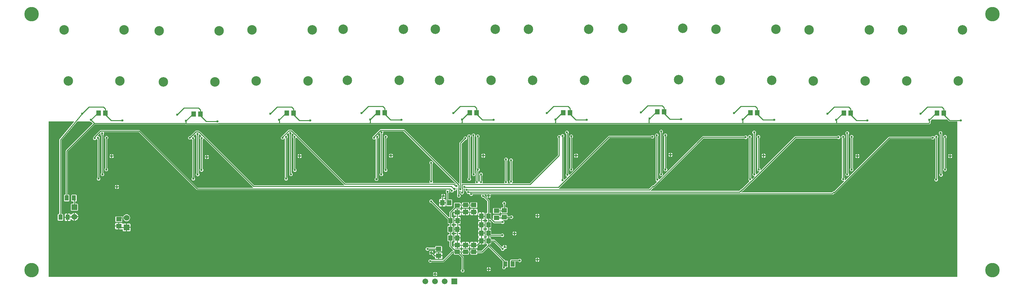
<source format=gbl>
G04 Layer_Physical_Order=2*
G04 Layer_Color=16711680*
%FSLAX25Y25*%
%MOIN*%
G70*
G01*
G75*
%ADD11R,0.04134X0.05512*%
%ADD18R,0.04528X0.05709*%
%ADD19R,0.05709X0.04528*%
%ADD21C,0.01000*%
%ADD22C,0.15000*%
%ADD23R,0.05905X0.05905*%
%ADD24C,0.05905*%
%ADD25C,0.06000*%
%ADD26R,0.06000X0.06000*%
%ADD27C,0.09842*%
%ADD28C,0.02362*%
G36*
X1027707Y371207D02*
X1027707Y371207D01*
X1028071Y370964D01*
X1028500Y370878D01*
X1028500Y370879D01*
X1036500D01*
X1036500Y209500D01*
X96500D01*
X96500Y370940D01*
X122386Y370996D01*
X122598Y370543D01*
X107660Y352720D01*
X107578Y352571D01*
X107483Y352429D01*
X107474Y352380D01*
X107450Y352337D01*
X107431Y352167D01*
X107398Y352000D01*
Y274905D01*
X106453D01*
X105993Y274715D01*
X105803Y274256D01*
Y268744D01*
X105993Y268285D01*
X106453Y268095D01*
X110587D01*
X111046Y268285D01*
X111236Y268744D01*
Y274256D01*
X111046Y274715D01*
X110587Y274905D01*
X109641D01*
Y351592D01*
X125910Y371003D01*
X139142Y371031D01*
X139455Y370822D01*
X140150Y370684D01*
X140341Y370722D01*
X142063Y369000D01*
X114207Y341143D01*
X113964Y340780D01*
X113878Y340350D01*
X113878Y340350D01*
Y294905D01*
X112933D01*
X112474Y294715D01*
X112284Y294256D01*
Y288744D01*
X112474Y288285D01*
X112933Y288095D01*
X117067D01*
X117526Y288285D01*
X117716Y288744D01*
Y294256D01*
X117526Y294715D01*
X117067Y294905D01*
X116122D01*
Y339886D01*
X144114Y367879D01*
X238059D01*
X238352Y367683D01*
X238781Y367597D01*
X238781Y367597D01*
X271945D01*
X271945Y367597D01*
X272374Y367683D01*
X272667Y367879D01*
X428500D01*
X428500Y367878D01*
X428500Y367879D01*
X523500D01*
X523500Y367878D01*
X523500Y367879D01*
X620000D01*
X620000Y367878D01*
X620000Y367879D01*
X1007000D01*
X1007000Y367878D01*
X1007429Y367964D01*
X1007793Y368207D01*
X1008293Y368707D01*
X1008293Y368707D01*
X1008536Y369071D01*
X1008622Y369500D01*
X1008622Y369500D01*
Y371107D01*
X1008784Y371216D01*
X1009178Y371805D01*
X1009316Y372500D01*
X1009705Y372884D01*
X1025996Y372918D01*
X1027707Y371207D01*
D02*
G37*
%LPC*%
G36*
X115500Y271000D02*
X112914D01*
Y268744D01*
X112991Y268354D01*
X113212Y268023D01*
X113543Y267802D01*
X113933Y267724D01*
X115500D01*
Y271000D01*
D02*
G37*
G36*
X547382Y272142D02*
X544098D01*
X540815D01*
Y269787D01*
X540893Y269397D01*
X541114Y269066D01*
X541444Y268845D01*
X541835Y268768D01*
X542977D01*
Y267516D01*
X541835D01*
X541444Y267438D01*
X541114Y267217D01*
X540893Y266886D01*
X540815Y266496D01*
Y264142D01*
X544098D01*
X547382D01*
Y266496D01*
X547304Y266886D01*
X547083Y267217D01*
X546752Y267438D01*
X546362Y267516D01*
X545220D01*
Y268768D01*
X546362D01*
X546752Y268845D01*
X547083Y269066D01*
X547304Y269397D01*
X547382Y269787D01*
Y272142D01*
D02*
G37*
G36*
X168500Y265697D02*
X166146D01*
X165755Y265619D01*
X165425Y265398D01*
X165204Y265067D01*
X165126Y264677D01*
Y262913D01*
X168500D01*
Y265697D01*
D02*
G37*
G36*
X126969Y271500D02*
X123500D01*
Y268031D01*
X124044Y268103D01*
X125017Y268506D01*
X125853Y269147D01*
X126494Y269983D01*
X126897Y270956D01*
X126969Y271500D01*
D02*
G37*
G36*
X115500Y275275D02*
X113933D01*
X113543Y275198D01*
X113212Y274977D01*
X112991Y274646D01*
X112914Y274256D01*
Y272000D01*
X115500D01*
Y275275D01*
D02*
G37*
G36*
X604124Y272500D02*
X602500D01*
Y270876D01*
X602851Y270945D01*
X603573Y271427D01*
X604055Y272149D01*
X604124Y272500D01*
D02*
G37*
G36*
X601500D02*
X599876D01*
X599945Y272149D01*
X600427Y271427D01*
X601149Y270945D01*
X601500Y270876D01*
Y272500D01*
D02*
G37*
G36*
X171854Y265697D02*
X169500D01*
Y262413D01*
Y259130D01*
X171854D01*
X172245Y259208D01*
X172480Y259365D01*
X172823Y259254D01*
X172980Y259144D01*
Y258000D01*
X173058Y257610D01*
X173279Y257279D01*
X173610Y257058D01*
X174000Y256980D01*
X176500D01*
Y261000D01*
Y265020D01*
X174000D01*
X173610Y264942D01*
X173364Y264778D01*
X173008Y264849D01*
X172822Y264937D01*
X172796Y265067D01*
X172575Y265398D01*
X172245Y265619D01*
X171854Y265697D01*
D02*
G37*
G36*
X547382Y263142D02*
X544098D01*
X540815D01*
Y260787D01*
X540893Y260397D01*
X541114Y260066D01*
X541444Y259845D01*
X541835Y259768D01*
X542977D01*
Y259016D01*
X541835D01*
X541444Y258938D01*
X541114Y258717D01*
X540893Y258386D01*
X540815Y257996D01*
Y255642D01*
X544098D01*
X547382D01*
Y257996D01*
X547304Y258386D01*
X547083Y258717D01*
X546752Y258938D01*
X546362Y259016D01*
X545220D01*
Y259768D01*
X546362D01*
X546752Y259845D01*
X547083Y260066D01*
X547304Y260397D01*
X547382Y260787D01*
Y263142D01*
D02*
G37*
G36*
X578776Y256900D02*
Y255276D01*
X580400D01*
X580330Y255627D01*
X579848Y256348D01*
X579127Y256830D01*
X578776Y256900D01*
D02*
G37*
G36*
X181020Y260500D02*
X177500D01*
Y256980D01*
X180000D01*
X180390Y257058D01*
X180721Y257279D01*
X180942Y257610D01*
X181020Y258000D01*
Y260500D01*
D02*
G37*
G36*
X180000Y265020D02*
X177500D01*
Y261500D01*
X181020D01*
Y264000D01*
X180942Y264390D01*
X180721Y264721D01*
X180390Y264942D01*
X180000Y265020D01*
D02*
G37*
G36*
X522468Y267642D02*
X519185D01*
X515902D01*
Y265287D01*
X515979Y264897D01*
X516200Y264566D01*
X516531Y264345D01*
X516921Y264268D01*
X518063D01*
Y263016D01*
X516878D01*
X516488Y262938D01*
X516157Y262717D01*
X515936Y262386D01*
X515858Y261996D01*
Y259642D01*
X519142D01*
X522425D01*
Y261996D01*
X522347Y262386D01*
X522126Y262717D01*
X521796Y262938D01*
X521406Y263016D01*
X520307D01*
Y264268D01*
X521449D01*
X521839Y264345D01*
X522170Y264566D01*
X522391Y264897D01*
X522468Y265287D01*
Y267642D01*
D02*
G37*
G36*
X168500Y261913D02*
X165126D01*
Y260150D01*
X165204Y259759D01*
X165425Y259429D01*
X165755Y259208D01*
X166146Y259130D01*
X168500D01*
Y261913D01*
D02*
G37*
G36*
X177000Y274631D02*
X176060Y274507D01*
X175185Y274145D01*
X174432Y273568D01*
X173855Y272815D01*
X173568Y272122D01*
X172356D01*
X172314Y272223D01*
X171854Y272413D01*
X166146D01*
X165686Y272223D01*
X165496Y271764D01*
Y267236D01*
X165686Y266777D01*
X166146Y266587D01*
X171854D01*
X172314Y266777D01*
X172504Y267236D01*
Y269879D01*
X173568D01*
X173855Y269184D01*
X174432Y268432D01*
X175185Y267855D01*
X176060Y267493D01*
X177000Y267369D01*
X177940Y267493D01*
X178815Y267855D01*
X179568Y268432D01*
X180145Y269184D01*
X180507Y270060D01*
X180631Y271000D01*
X180507Y271940D01*
X180145Y272815D01*
X179568Y273568D01*
X178815Y274145D01*
X177940Y274507D01*
X177000Y274631D01*
D02*
G37*
G36*
X124547Y294905D02*
X120413D01*
X119954Y294715D01*
X119764Y294256D01*
Y288744D01*
X119954Y288285D01*
X120413Y288095D01*
X121878D01*
Y285649D01*
X120000D01*
X119541Y285459D01*
X119351Y285000D01*
Y279000D01*
X119541Y278541D01*
X120000Y278351D01*
X126000D01*
X126459Y278541D01*
X126649Y279000D01*
Y285000D01*
X126459Y285459D01*
X126000Y285649D01*
X124122D01*
Y288095D01*
X124547D01*
X125006Y288285D01*
X125197Y288744D01*
Y294256D01*
X125006Y294715D01*
X124547Y294905D01*
D02*
G37*
G36*
X535598Y280382D02*
X533244D01*
X532854Y280304D01*
X532523Y280083D01*
X532302Y279752D01*
X532225Y279362D01*
Y278220D01*
X531472D01*
Y279362D01*
X531395Y279752D01*
X531174Y280083D01*
X530843Y280304D01*
X530453Y280382D01*
X528098D01*
Y277098D01*
Y273815D01*
X530453D01*
X530843Y273893D01*
X531174Y274114D01*
X531395Y274445D01*
X531472Y274835D01*
Y275977D01*
X532225D01*
Y274835D01*
X532302Y274445D01*
X532523Y274114D01*
X532854Y273893D01*
X533244Y273815D01*
X535598D01*
Y277098D01*
Y280382D01*
D02*
G37*
G36*
X527098D02*
X524744D01*
X524354Y280304D01*
X524023Y280083D01*
X523802Y279752D01*
X523725Y279362D01*
Y278220D01*
X522972D01*
Y278862D01*
X522895Y279252D01*
X522674Y279583D01*
X522343Y279804D01*
X521953Y279882D01*
X519598D01*
Y276599D01*
X519098D01*
Y276098D01*
X515225D01*
Y274335D01*
X515302Y273944D01*
X515523Y273614D01*
X515854Y273393D01*
X516244Y273315D01*
X517977D01*
Y272016D01*
X516921D01*
X516531Y271938D01*
X516200Y271717D01*
X515979Y271386D01*
X515902Y270996D01*
Y268642D01*
X519185D01*
X522468D01*
Y270996D01*
X522391Y271386D01*
X522170Y271717D01*
X521839Y271938D01*
X521449Y272016D01*
X520220D01*
Y273315D01*
X521953D01*
X522343Y273393D01*
X522674Y273614D01*
X522895Y273944D01*
X522972Y274335D01*
Y275977D01*
X523725D01*
Y274835D01*
X523802Y274445D01*
X524023Y274114D01*
X524354Y273893D01*
X524744Y273815D01*
X527098D01*
Y277098D01*
Y280382D01*
D02*
G37*
G36*
X567642Y287958D02*
X566947Y287820D01*
X566358Y287426D01*
X565964Y286837D01*
X565826Y286142D01*
X565964Y285447D01*
X566358Y284858D01*
X566520Y284749D01*
Y281642D01*
X564787D01*
X564328Y281451D01*
X564138Y280992D01*
Y279307D01*
X563145D01*
Y280449D01*
X562955Y280908D01*
X562496Y281098D01*
X556787D01*
X556328Y280908D01*
X556138Y280449D01*
Y275921D01*
X556328Y275462D01*
X556787Y275272D01*
X562496D01*
X562955Y275462D01*
X563145Y275921D01*
Y277063D01*
X564138D01*
Y276465D01*
X564328Y276005D01*
X564787Y275815D01*
X570496D01*
X570955Y276005D01*
X571145Y276465D01*
Y280992D01*
X570955Y281451D01*
X570496Y281642D01*
X568763D01*
Y284749D01*
X568926Y284858D01*
X569319Y285447D01*
X569458Y286142D01*
X569319Y286837D01*
X568926Y287426D01*
X568337Y287820D01*
X567642Y287958D01*
D02*
G37*
G36*
X506766Y293142D02*
X502517D01*
X502568Y292885D01*
X502520Y292642D01*
X502520Y292642D01*
Y290516D01*
X501378D01*
X500988Y290438D01*
X500657Y290217D01*
X500436Y289886D01*
X500358Y289496D01*
Y287142D01*
X503642D01*
X506925D01*
Y289496D01*
X506847Y289886D01*
X506627Y290217D01*
X506296Y290438D01*
X505905Y290516D01*
X504763D01*
Y291442D01*
X505493Y291587D01*
X506214Y292069D01*
X506696Y292791D01*
X506766Y293142D01*
D02*
G37*
G36*
X506925Y286142D02*
X504142D01*
Y282768D01*
X505905D01*
X506296Y282845D01*
X506627Y283066D01*
X506847Y283397D01*
X506925Y283787D01*
Y286142D01*
D02*
G37*
G36*
X503142D02*
X500358D01*
Y283787D01*
X500436Y283397D01*
X500657Y283066D01*
X500988Y282845D01*
X501378Y282768D01*
X503142D01*
Y286142D01*
D02*
G37*
G36*
X546362Y276516D02*
X544598D01*
Y273142D01*
X547382D01*
Y275496D01*
X547304Y275886D01*
X547083Y276217D01*
X546752Y276438D01*
X546362Y276516D01*
D02*
G37*
G36*
X543598D02*
X541835D01*
X541444Y276438D01*
X541114Y276217D01*
X540893Y275886D01*
X540815Y275496D01*
Y273142D01*
X543598D01*
Y276516D01*
D02*
G37*
G36*
X123500Y275969D02*
Y272500D01*
X126969D01*
X126897Y273044D01*
X126494Y274017D01*
X125853Y274853D01*
X125017Y275494D01*
X124044Y275897D01*
X123500Y275969D01*
D02*
G37*
G36*
X601500Y275124D02*
X601149Y275055D01*
X600427Y274572D01*
X599945Y273851D01*
X599876Y273500D01*
X601500D01*
Y275124D01*
D02*
G37*
G36*
X122500Y275969D02*
X121956Y275897D01*
X120983Y275494D01*
X120147Y274853D01*
X119587Y274122D01*
X119131Y274226D01*
X119087Y274251D01*
Y274256D01*
X119009Y274646D01*
X118788Y274977D01*
X118457Y275198D01*
X118067Y275275D01*
X116500D01*
Y271500D01*
Y267724D01*
X118067D01*
X118457Y267802D01*
X118788Y268023D01*
X119009Y268354D01*
X119087Y268744D01*
Y269749D01*
X119131Y269774D01*
X119587Y269878D01*
X120147Y269147D01*
X120983Y268506D01*
X121956Y268103D01*
X122500Y268031D01*
Y272000D01*
Y275969D01*
D02*
G37*
G36*
X538953Y280382D02*
X536598D01*
Y277098D01*
Y273815D01*
X538953D01*
X539343Y273893D01*
X539674Y274114D01*
X539895Y274445D01*
X539972Y274835D01*
Y276426D01*
X540135Y276669D01*
X540220Y277098D01*
X540135Y277528D01*
X539972Y277770D01*
Y279362D01*
X539895Y279752D01*
X539674Y280083D01*
X539343Y280304D01*
X538953Y280382D01*
D02*
G37*
G36*
X602500Y275124D02*
Y273500D01*
X604124D01*
X604055Y273851D01*
X603573Y274572D01*
X602851Y275055D01*
X602500Y275124D01*
D02*
G37*
G36*
X577776Y256900D02*
X577425Y256830D01*
X576703Y256348D01*
X576221Y255627D01*
X576151Y255276D01*
X577776D01*
Y256900D01*
D02*
G37*
G36*
X601500Y227000D02*
X599876D01*
X599945Y226649D01*
X600427Y225927D01*
X601149Y225445D01*
X601500Y225376D01*
Y227000D01*
D02*
G37*
G36*
X583642Y228458D02*
X582947Y228320D01*
X582358Y227926D01*
X582249Y227763D01*
X574882D01*
X574453Y227678D01*
X574089Y227435D01*
X573846Y227071D01*
X573760Y226642D01*
Y226234D01*
X573714Y226215D01*
X573524Y225756D01*
Y220244D01*
X573714Y219785D01*
X574173Y219595D01*
X578307D01*
X578766Y219785D01*
X578957Y220244D01*
Y225520D01*
X582249D01*
X582358Y225358D01*
X582947Y224964D01*
X583642Y224826D01*
X584337Y224964D01*
X584926Y225358D01*
X585320Y225947D01*
X585458Y226642D01*
X585320Y227337D01*
X584926Y227926D01*
X584337Y228320D01*
X583642Y228458D01*
D02*
G37*
G36*
X552142Y219766D02*
Y218142D01*
X553766D01*
X553696Y218493D01*
X553214Y219214D01*
X552493Y219696D01*
X552142Y219766D01*
D02*
G37*
G36*
X604124Y227000D02*
X602500D01*
Y225376D01*
X602851Y225445D01*
X603573Y225927D01*
X604055Y226649D01*
X604124Y227000D01*
D02*
G37*
G36*
X503694Y231187D02*
X500320D01*
Y228403D01*
X502675D01*
X503065Y228481D01*
X503396Y228702D01*
X503617Y229033D01*
X503694Y229423D01*
Y231187D01*
D02*
G37*
G36*
X602500Y229624D02*
Y228000D01*
X604124D01*
X604055Y228351D01*
X603573Y229072D01*
X602851Y229555D01*
X602500Y229624D01*
D02*
G37*
G36*
X601500D02*
X601149Y229555D01*
X600427Y229072D01*
X599945Y228351D01*
X599876Y228000D01*
X601500D01*
Y229624D01*
D02*
G37*
G36*
X495642Y214766D02*
X495291Y214696D01*
X494569Y214214D01*
X494087Y213493D01*
X494017Y213142D01*
X495642D01*
Y214766D01*
D02*
G37*
G36*
X498266Y212142D02*
X496642D01*
Y210517D01*
X496993Y210587D01*
X497714Y211069D01*
X498196Y211791D01*
X498266Y212142D01*
D02*
G37*
G36*
X495642D02*
X494017D01*
X494087Y211791D01*
X494569Y211069D01*
X495291Y210587D01*
X495642Y210517D01*
Y212142D01*
D02*
G37*
G36*
X496642Y214766D02*
Y213142D01*
X498266D01*
X498196Y213493D01*
X497714Y214214D01*
X496993Y214696D01*
X496642Y214766D01*
D02*
G37*
G36*
X551142Y219766D02*
X550791Y219696D01*
X550069Y219214D01*
X549587Y218493D01*
X549517Y218142D01*
X551142D01*
Y219766D01*
D02*
G37*
G36*
X553766Y217142D02*
X552142D01*
Y215517D01*
X552493Y215587D01*
X553214Y216069D01*
X553696Y216791D01*
X553766Y217142D01*
D02*
G37*
G36*
X551142D02*
X549517D01*
X549587Y216791D01*
X550069Y216069D01*
X550791Y215587D01*
X551142Y215517D01*
Y217142D01*
D02*
G37*
G36*
X502675Y234970D02*
X500320D01*
Y232187D01*
X503694D01*
Y233950D01*
X503617Y234341D01*
X503396Y234671D01*
X503065Y234892D01*
X502675Y234970D01*
D02*
G37*
G36*
X543598Y246642D02*
X540815D01*
Y245444D01*
X540448Y245077D01*
X539905Y245242D01*
X539895Y245296D01*
X539674Y245626D01*
X539343Y245848D01*
X538953Y245925D01*
X536598D01*
Y242642D01*
Y239358D01*
X538953D01*
X539343Y239436D01*
X539674Y239657D01*
X539895Y239988D01*
X539972Y240378D01*
Y241595D01*
X540028Y241606D01*
X540391Y241849D01*
X541815Y243272D01*
X541835Y243268D01*
X543598D01*
Y246642D01*
D02*
G37*
G36*
X547382D02*
X544598D01*
Y243268D01*
X546362D01*
X546752Y243345D01*
X547083Y243566D01*
X547304Y243897D01*
X547382Y244287D01*
Y246642D01*
D02*
G37*
G36*
X568642Y242766D02*
Y241142D01*
X570266D01*
X570196Y241493D01*
X569714Y242214D01*
X568993Y242696D01*
X568642Y242766D01*
D02*
G37*
G36*
X547382Y254642D02*
X544098D01*
X540815D01*
Y252287D01*
X540893Y251897D01*
X541114Y251566D01*
X541334Y251419D01*
X541371Y251257D01*
Y251027D01*
X541334Y250864D01*
X541114Y250717D01*
X540893Y250386D01*
X540815Y249996D01*
Y247642D01*
X544098D01*
X547382D01*
Y249996D01*
X547304Y250386D01*
X547083Y250717D01*
X546863Y250864D01*
X546826Y251027D01*
Y251257D01*
X546863Y251419D01*
X547083Y251566D01*
X547304Y251897D01*
X547382Y252287D01*
Y254642D01*
D02*
G37*
G36*
X580400Y254276D02*
X578776D01*
Y252651D01*
X579127Y252721D01*
X579848Y253203D01*
X580330Y253925D01*
X580400Y254276D01*
D02*
G37*
G36*
X577776D02*
X576151D01*
X576221Y253925D01*
X576703Y253203D01*
X577425Y252721D01*
X577776Y252651D01*
Y254276D01*
D02*
G37*
G36*
X522425Y258642D02*
X519142D01*
X515858D01*
Y256287D01*
X515936Y255897D01*
X516157Y255567D01*
X516488Y255345D01*
X516878Y255268D01*
X518020D01*
Y254016D01*
X516878D01*
X516488Y253938D01*
X516157Y253717D01*
X515936Y253386D01*
X515858Y252996D01*
Y250642D01*
X519142D01*
X522425D01*
Y252996D01*
X522347Y253386D01*
X522126Y253717D01*
X521796Y253938D01*
X521406Y254016D01*
X520263D01*
Y255268D01*
X521406D01*
X521796Y255345D01*
X522126Y255567D01*
X522347Y255897D01*
X522425Y256287D01*
Y258642D01*
D02*
G37*
G36*
X491642Y236766D02*
X491291Y236696D01*
X490569Y236214D01*
X490087Y235493D01*
X490017Y235142D01*
X491642D01*
Y236766D01*
D02*
G37*
G36*
X499321Y234970D02*
X496966D01*
X496576Y234892D01*
X496245Y234671D01*
X496024Y234341D01*
X495947Y233950D01*
Y233576D01*
X495485Y233385D01*
X494728Y234142D01*
X492642D01*
Y232517D01*
X492993Y232587D01*
X493063Y232634D01*
X494804Y230894D01*
X494804Y230894D01*
X495168Y230650D01*
X495597Y230565D01*
X495947Y230243D01*
Y229423D01*
X496024Y229033D01*
X496245Y228702D01*
X496576Y228481D01*
X496966Y228403D01*
X499321D01*
Y231687D01*
Y234970D01*
D02*
G37*
G36*
X491642Y234142D02*
X490017D01*
X490087Y233791D01*
X490569Y233069D01*
X491291Y232587D01*
X491642Y232517D01*
Y234142D01*
D02*
G37*
G36*
X492642Y236766D02*
Y235142D01*
X494266D01*
X494196Y235493D01*
X493714Y236214D01*
X492993Y236696D01*
X492642Y236766D01*
D02*
G37*
G36*
X502675Y241687D02*
X496966D01*
X496507Y241496D01*
X496317Y241037D01*
Y239895D01*
X489452D01*
X488877Y240279D01*
X488182Y240418D01*
X487487Y240279D01*
X486898Y239886D01*
X486504Y239297D01*
X486366Y238601D01*
X486504Y237907D01*
X486898Y237317D01*
X487487Y236924D01*
X488182Y236786D01*
X488877Y236924D01*
X489466Y237317D01*
X489689Y237652D01*
X496317D01*
Y236509D01*
X496507Y236050D01*
X496966Y235860D01*
X502675D01*
X503134Y236050D01*
X503324Y236509D01*
Y241037D01*
X503134Y241496D01*
X502675Y241687D01*
D02*
G37*
G36*
X522425Y249642D02*
X519142D01*
X515858D01*
Y247287D01*
X515936Y246897D01*
X516157Y246567D01*
X516241Y246510D01*
X516242Y246316D01*
X516123Y245988D01*
X515854Y245934D01*
X515523Y245713D01*
X515302Y245382D01*
X515225Y244992D01*
Y243228D01*
X519098D01*
Y242728D01*
X519598D01*
Y239445D01*
X521953D01*
X522343Y239523D01*
X522674Y239744D01*
X522895Y240074D01*
X522972Y240465D01*
Y241607D01*
X523725D01*
Y240465D01*
X523802Y240074D01*
X524023Y239744D01*
X524354Y239523D01*
X524744Y239445D01*
X527098D01*
Y242728D01*
Y246012D01*
X524744D01*
X524354Y245934D01*
X524023Y245713D01*
X523802Y245382D01*
X523725Y244992D01*
Y243850D01*
X522972D01*
Y244992D01*
X522895Y245382D01*
X522674Y245713D01*
X522343Y245934D01*
X522140Y245974D01*
X522022Y246496D01*
X522126Y246567D01*
X522347Y246897D01*
X522425Y247287D01*
Y249642D01*
D02*
G37*
G36*
X530453Y246012D02*
X528098D01*
Y242728D01*
Y239445D01*
X530453D01*
X530843Y239523D01*
X531174Y239744D01*
X531395Y240074D01*
X531472Y240465D01*
Y241607D01*
X532225D01*
Y240378D01*
X532302Y239988D01*
X532523Y239657D01*
X532854Y239436D01*
X533244Y239358D01*
X535598D01*
Y242642D01*
Y245925D01*
X533244D01*
X532854Y245848D01*
X532523Y245626D01*
X532302Y245296D01*
X532225Y244905D01*
Y243850D01*
X531472D01*
Y244992D01*
X531395Y245382D01*
X531174Y245713D01*
X530843Y245934D01*
X530453Y246012D01*
D02*
G37*
G36*
X550976Y293376D02*
X549352D01*
X549422Y293025D01*
X549904Y292304D01*
X550625Y291822D01*
X550976Y291752D01*
Y293376D01*
D02*
G37*
G36*
X260500Y336124D02*
Y334500D01*
X262124D01*
X262055Y334851D01*
X261573Y335573D01*
X260851Y336055D01*
X260500Y336124D01*
D02*
G37*
G36*
X259500D02*
X259149Y336055D01*
X258428Y335573D01*
X257945Y334851D01*
X257876Y334500D01*
X259500D01*
Y336124D01*
D02*
G37*
G36*
X741774Y335850D02*
X740150D01*
Y334226D01*
X740501Y334296D01*
X741222Y334778D01*
X741704Y335499D01*
X741774Y335850D01*
D02*
G37*
G36*
X161000Y337124D02*
X160649Y337055D01*
X159927Y336573D01*
X159446Y335851D01*
X159376Y335500D01*
X161000D01*
Y337124D01*
D02*
G37*
G36*
X356500D02*
Y335500D01*
X358124D01*
X358055Y335851D01*
X357573Y336573D01*
X356851Y337055D01*
X356500Y337124D01*
D02*
G37*
G36*
X355500D02*
X355149Y337055D01*
X354428Y336573D01*
X353945Y335851D01*
X353876Y335500D01*
X355500D01*
Y337124D01*
D02*
G37*
G36*
X162000D02*
Y335500D01*
X163624D01*
X163555Y335851D01*
X163073Y336573D01*
X162351Y337055D01*
X162000Y337124D01*
D02*
G37*
G36*
X641500Y335000D02*
X639876D01*
X639945Y334649D01*
X640427Y333927D01*
X641149Y333445D01*
X641500Y333376D01*
Y335000D01*
D02*
G37*
G36*
X548124D02*
X546500D01*
Y333376D01*
X546851Y333445D01*
X547573Y333927D01*
X548055Y334649D01*
X548124Y335000D01*
D02*
G37*
G36*
X545500D02*
X543876D01*
X543945Y334649D01*
X544427Y333927D01*
X545149Y333445D01*
X545500Y333376D01*
Y335000D01*
D02*
G37*
G36*
X644124D02*
X642500D01*
Y333376D01*
X642851Y333445D01*
X643573Y333927D01*
X644055Y334649D01*
X644124Y335000D01*
D02*
G37*
G36*
X739150Y335850D02*
X737525D01*
X737595Y335499D01*
X738077Y334778D01*
X738799Y334296D01*
X739150Y334226D01*
Y335850D01*
D02*
G37*
G36*
X838124Y335000D02*
X836500D01*
Y333376D01*
X836851Y333445D01*
X837572Y333927D01*
X838055Y334649D01*
X838124Y335000D01*
D02*
G37*
G36*
X835500D02*
X833876D01*
X833945Y334649D01*
X834428Y333927D01*
X835149Y333445D01*
X835500Y333376D01*
Y335000D01*
D02*
G37*
G36*
X932500Y337124D02*
X932149Y337055D01*
X931427Y336573D01*
X930945Y335851D01*
X930876Y335500D01*
X932500D01*
Y337124D01*
D02*
G37*
G36*
X835500Y337624D02*
X835149Y337555D01*
X834428Y337072D01*
X833945Y336351D01*
X833876Y336000D01*
X835500D01*
Y337624D01*
D02*
G37*
G36*
X642500D02*
Y336000D01*
X644124D01*
X644055Y336351D01*
X643573Y337072D01*
X642851Y337555D01*
X642500Y337624D01*
D02*
G37*
G36*
X641500D02*
X641149Y337555D01*
X640427Y337072D01*
X639945Y336351D01*
X639876Y336000D01*
X641500D01*
Y337624D01*
D02*
G37*
G36*
X836500D02*
Y336000D01*
X838124D01*
X838055Y336351D01*
X837572Y337072D01*
X836851Y337555D01*
X836500Y337624D01*
D02*
G37*
G36*
X463945Y362903D02*
X463945Y362903D01*
X439732D01*
X439732Y362903D01*
X439303Y362817D01*
X438939Y362574D01*
X438939Y362574D01*
X432207Y355842D01*
X431964Y355478D01*
X431957Y355445D01*
X431716Y355284D01*
X431322Y354695D01*
X431184Y354000D01*
X431322Y353305D01*
X431716Y352716D01*
X432305Y352322D01*
X433000Y352184D01*
X433695Y352322D01*
X434284Y352716D01*
X434321Y352771D01*
X434821Y352620D01*
Y312681D01*
X434805Y312678D01*
X434216Y312284D01*
X433822Y311695D01*
X433684Y311000D01*
X433822Y310305D01*
X434216Y309716D01*
X434805Y309322D01*
X435500Y309184D01*
X436195Y309322D01*
X436784Y309716D01*
X436979Y310007D01*
X437179Y310207D01*
X437179Y310207D01*
X437422Y310571D01*
X437507Y311000D01*
X437422Y311429D01*
X437179Y311793D01*
X437064Y311869D01*
Y353489D01*
X437577Y353832D01*
X437971Y354421D01*
X438109Y355116D01*
X437971Y355811D01*
X437577Y356400D01*
X437018Y356774D01*
X436943Y356857D01*
X436815Y357278D01*
X438515Y358978D01*
X438936Y358851D01*
X439019Y358775D01*
X439378Y358238D01*
Y317393D01*
X439216Y317284D01*
X438822Y316695D01*
X438684Y316000D01*
X438822Y315305D01*
X439216Y314716D01*
X439805Y314322D01*
X440500Y314184D01*
X441195Y314322D01*
X441784Y314716D01*
X442178Y315305D01*
X442316Y316000D01*
X442178Y316695D01*
X441784Y317284D01*
X441622Y317393D01*
Y357989D01*
X441961Y358216D01*
X442355Y358805D01*
X442493Y359500D01*
X442362Y360159D01*
X442368Y360272D01*
X442575Y360660D01*
X463480D01*
X517780Y306360D01*
X517650Y305798D01*
X517540Y305754D01*
X517322Y305764D01*
X516293Y306793D01*
X515929Y307036D01*
X515500Y307122D01*
X515500Y307121D01*
X493921D01*
X493654Y307622D01*
X493776Y307805D01*
X493914Y308500D01*
X493776Y309195D01*
X493383Y309784D01*
X493220Y309893D01*
Y326607D01*
X493383Y326716D01*
X493776Y327305D01*
X493914Y328000D01*
X493776Y328695D01*
X493383Y329284D01*
X492793Y329678D01*
X492098Y329816D01*
X491403Y329678D01*
X490814Y329284D01*
X490421Y328695D01*
X490282Y328000D01*
X490421Y327305D01*
X490814Y326716D01*
X490977Y326607D01*
Y309893D01*
X490814Y309784D01*
X490421Y309195D01*
X490282Y308500D01*
X490421Y307805D01*
X490543Y307622D01*
X490276Y307121D01*
X403191D01*
X354079Y356233D01*
X354028Y356490D01*
X353785Y356854D01*
X353785Y356854D01*
X352449Y358190D01*
X352085Y358433D01*
X351828Y358484D01*
X348238Y362074D01*
X347874Y362317D01*
X347445Y362403D01*
X347445Y362403D01*
X344882D01*
X344453Y362317D01*
X344089Y362074D01*
X344089Y362074D01*
X337707Y355692D01*
X337610Y355548D01*
X337216Y355284D01*
X336822Y354695D01*
X336684Y354000D01*
X336822Y353305D01*
X337216Y352716D01*
X337805Y352322D01*
X338500Y352184D01*
X339195Y352322D01*
X339784Y352716D01*
X340115Y353210D01*
X340515Y353340D01*
X340698Y353359D01*
X340821Y353250D01*
Y312854D01*
X340716Y312784D01*
X340322Y312195D01*
X340184Y311500D01*
X340322Y310805D01*
X340716Y310216D01*
X341305Y309822D01*
X342000Y309684D01*
X342695Y309822D01*
X343284Y310216D01*
X343678Y310805D01*
X343816Y311500D01*
X343678Y312195D01*
X343284Y312784D01*
X343064Y312931D01*
Y353723D01*
X343227Y353832D01*
X343620Y354421D01*
X343759Y355116D01*
X343620Y355811D01*
X343227Y356400D01*
X342668Y356774D01*
X342592Y356857D01*
X342465Y357278D01*
X344219Y359033D01*
X344719Y358825D01*
X344822Y358305D01*
X345216Y357716D01*
X345378Y357607D01*
Y316779D01*
X345322Y316695D01*
X345184Y316000D01*
X345322Y315305D01*
X345716Y314716D01*
X346305Y314322D01*
X347000Y314184D01*
X347695Y314322D01*
X348284Y314716D01*
X348678Y315305D01*
X348816Y316000D01*
X348678Y316695D01*
X348284Y317284D01*
X347695Y317678D01*
X347621Y317692D01*
Y357535D01*
X347793Y357707D01*
X347793Y357707D01*
X348036Y358071D01*
X348042Y358103D01*
X348158Y358275D01*
X348241Y358350D01*
X348662Y358478D01*
X349899Y357241D01*
X349790Y356643D01*
X349427Y356400D01*
X349033Y355811D01*
X348895Y355116D01*
X349033Y354421D01*
X349427Y353832D01*
X349589Y353723D01*
Y321595D01*
X349322Y321195D01*
X349184Y320500D01*
X349322Y319805D01*
X349716Y319216D01*
X350305Y318822D01*
X351000Y318684D01*
X351695Y318822D01*
X352284Y319216D01*
X352678Y319805D01*
X352816Y320500D01*
X352678Y321195D01*
X352284Y321784D01*
X351832Y322086D01*
Y353723D01*
X351995Y353832D01*
X352238Y354195D01*
X352836Y354304D01*
X401933Y305207D01*
X401933Y305207D01*
X402061Y305121D01*
X401909Y304622D01*
X308965D01*
X252793Y360793D01*
X252429Y361036D01*
X252000Y361122D01*
X252000Y361122D01*
X251844D01*
X251551Y361317D01*
X251122Y361403D01*
X251122Y361403D01*
X248781D01*
X248781Y361403D01*
X248352Y361317D01*
X247988Y361074D01*
X247988Y361074D01*
X242692Y355778D01*
X242500Y355816D01*
X241805Y355678D01*
X241216Y355284D01*
X240822Y354695D01*
X240684Y354000D01*
X240822Y353305D01*
X241216Y352716D01*
X241805Y352322D01*
X242500Y352184D01*
X243195Y352322D01*
X243724Y352676D01*
X243787Y352715D01*
X244319Y352616D01*
X244509Y352332D01*
X244879Y352085D01*
Y312893D01*
X244716Y312784D01*
X244322Y312195D01*
X244184Y311500D01*
X244322Y310805D01*
X244716Y310216D01*
X245305Y309822D01*
X246000Y309684D01*
X246695Y309822D01*
X247284Y310216D01*
X247678Y310805D01*
X247816Y311500D01*
X247678Y312195D01*
X247284Y312784D01*
X247122Y312893D01*
Y352398D01*
X247471Y352921D01*
X247609Y353616D01*
X247471Y354311D01*
X247077Y354900D01*
X246488Y355294D01*
X246153Y355360D01*
X245989Y355903D01*
X247890Y357804D01*
X248433Y357640D01*
X248499Y357305D01*
X248893Y356716D01*
X248901Y356711D01*
X248964Y356394D01*
X249207Y356030D01*
X249378Y355858D01*
Y317293D01*
X249216Y317184D01*
X248822Y316595D01*
X248684Y315900D01*
X248822Y315205D01*
X249216Y314616D01*
X249805Y314222D01*
X250500Y314084D01*
X251195Y314222D01*
X251784Y314616D01*
X252178Y315205D01*
X252316Y315900D01*
X252178Y316595D01*
X251784Y317184D01*
X251622Y317293D01*
Y356323D01*
X251622Y356323D01*
X251536Y356752D01*
X251511Y356790D01*
X251855Y357305D01*
X251946Y357761D01*
X252477Y357937D01*
X254499Y355915D01*
X254322Y355384D01*
X253866Y355294D01*
X253277Y354900D01*
X252884Y354311D01*
X252745Y353616D01*
X252884Y352921D01*
X253277Y352332D01*
X253379Y352264D01*
Y321893D01*
X253216Y321784D01*
X252822Y321195D01*
X252684Y320500D01*
X252822Y319805D01*
X253216Y319216D01*
X253805Y318822D01*
X254500Y318684D01*
X255195Y318822D01*
X255784Y319216D01*
X256178Y319805D01*
X256316Y320500D01*
X256178Y321195D01*
X255784Y321784D01*
X255622Y321893D01*
Y352182D01*
X255845Y352332D01*
X256239Y352921D01*
X256330Y353377D01*
X256861Y353553D01*
X307707Y302707D01*
X307707Y302707D01*
X307835Y302622D01*
X307683Y302121D01*
X250465D01*
X190793Y361793D01*
X190429Y362036D01*
X190000Y362122D01*
X190000Y362122D01*
X150000D01*
X150000Y362122D01*
X149571Y362036D01*
X149207Y361793D01*
X149207Y361793D01*
X143207Y355793D01*
X142964Y355429D01*
X142878Y355000D01*
X142878Y355000D01*
Y354893D01*
X142716Y354784D01*
X142322Y354195D01*
X142184Y353500D01*
X142322Y352805D01*
X142716Y352216D01*
X143305Y351822D01*
X144000Y351684D01*
X144695Y351822D01*
X145284Y352216D01*
X145626Y352728D01*
X146155Y352837D01*
X146159Y352832D01*
X146466Y352627D01*
X146707Y352266D01*
X146878Y352094D01*
Y312893D01*
X146716Y312784D01*
X146322Y312195D01*
X146184Y311500D01*
X146322Y310805D01*
X146716Y310216D01*
X147305Y309822D01*
X148000Y309684D01*
X148695Y309822D01*
X149284Y310216D01*
X149678Y310805D01*
X149816Y311500D01*
X149678Y312195D01*
X149284Y312784D01*
X149122Y312893D01*
Y352559D01*
X149122Y352559D01*
X149036Y352988D01*
X148989Y353059D01*
X149036Y353130D01*
X149083Y353365D01*
X149120Y353421D01*
X149259Y354116D01*
X149120Y354811D01*
X148727Y355400D01*
X148138Y355794D01*
X147443Y355932D01*
X147171Y355878D01*
X146925Y356339D01*
X149604Y359018D01*
X150065Y358772D01*
X150011Y358500D01*
X150114Y357981D01*
X149964Y357756D01*
X149878Y357327D01*
X149964Y356898D01*
X150207Y356534D01*
X150878Y355862D01*
Y317393D01*
X150716Y317284D01*
X150322Y316695D01*
X150184Y316000D01*
X150322Y315305D01*
X150716Y314716D01*
X151305Y314322D01*
X152000Y314184D01*
X152695Y314322D01*
X153284Y314716D01*
X153678Y315305D01*
X153816Y316000D01*
X153678Y316695D01*
X153284Y317284D01*
X153122Y317393D01*
Y356327D01*
X153036Y356756D01*
X152847Y357039D01*
X153111Y357216D01*
X153505Y357805D01*
X153643Y358500D01*
X153505Y359195D01*
X153382Y359379D01*
X153649Y359878D01*
X189535D01*
X249207Y300207D01*
X249207Y300207D01*
X249571Y299964D01*
X250000Y299879D01*
X507693D01*
X507844Y299378D01*
X507742Y299310D01*
X507348Y298721D01*
X507210Y298026D01*
X507348Y297331D01*
X507742Y296742D01*
X507904Y296633D01*
Y289711D01*
X507815Y289496D01*
Y283787D01*
X508005Y283328D01*
X508465Y283138D01*
X512992D01*
X513451Y283328D01*
X513642Y283787D01*
Y289496D01*
X513451Y289955D01*
X512992Y290145D01*
X510147D01*
Y296633D01*
X510310Y296742D01*
X510704Y297331D01*
X510842Y298026D01*
X510704Y298721D01*
X510310Y299310D01*
X510207Y299378D01*
X510359Y299879D01*
X511035D01*
X511722Y299192D01*
X511684Y299000D01*
X511822Y298305D01*
X512216Y297716D01*
X512805Y297322D01*
X513500Y297184D01*
X514195Y297322D01*
X514784Y297716D01*
X515178Y298305D01*
X515301Y298923D01*
X515485Y299052D01*
X515797Y299147D01*
X516071Y298964D01*
X516500Y298879D01*
X516929Y298964D01*
X517293Y299207D01*
X517511Y299534D01*
X517784Y299716D01*
X518178Y300305D01*
X518316Y301000D01*
X518178Y301695D01*
X518178Y301695D01*
X518420Y302116D01*
X518850Y302161D01*
X519164Y301779D01*
X519097Y301445D01*
X519097Y301445D01*
Y294384D01*
X518965Y293719D01*
X519103Y293024D01*
X519497Y292435D01*
X520086Y292041D01*
X520781Y291903D01*
X521476Y292041D01*
X522065Y292435D01*
X522459Y293024D01*
X522597Y293719D01*
X522459Y294414D01*
X522065Y295003D01*
X521476Y295397D01*
X521340Y295424D01*
Y298602D01*
X521728Y298810D01*
X521840Y298815D01*
X522500Y298684D01*
X522734Y298730D01*
X522929Y298259D01*
X522816Y298184D01*
X522422Y297595D01*
X522284Y296900D01*
X522422Y296205D01*
X522816Y295616D01*
X523405Y295222D01*
X524100Y295084D01*
X524795Y295222D01*
X525384Y295616D01*
X525778Y296205D01*
X525916Y296900D01*
X525842Y297274D01*
X525903Y297581D01*
X525903Y297581D01*
Y300909D01*
X526289Y301226D01*
X526500Y301184D01*
X526879Y301259D01*
X527180Y300809D01*
X527103Y300695D01*
X526965Y300000D01*
X527103Y299305D01*
X527497Y298716D01*
X528086Y298322D01*
X528328Y298274D01*
X528724Y297702D01*
X528684Y297500D01*
X528822Y296805D01*
X529216Y296216D01*
X529805Y295822D01*
X530500Y295684D01*
X531195Y295822D01*
X531224Y295842D01*
X531674Y295541D01*
X531666Y295500D01*
X531804Y294805D01*
X532198Y294216D01*
X532787Y293822D01*
X533482Y293684D01*
X534177Y293822D01*
X534766Y294216D01*
X535160Y294805D01*
X535206Y295036D01*
X543830D01*
X544097Y294536D01*
X543964Y294337D01*
X543826Y293642D01*
X543964Y292947D01*
X544358Y292358D01*
X544947Y291964D01*
X545642Y291826D01*
X546250Y291947D01*
X550064Y288134D01*
Y276146D01*
X548921D01*
X548462Y275955D01*
X548272Y275496D01*
Y269787D01*
X548462Y269328D01*
X548921Y269138D01*
X550064D01*
Y267145D01*
X548921D01*
X548462Y266955D01*
X548272Y266496D01*
Y260787D01*
X548462Y260328D01*
X548921Y260138D01*
X550064D01*
Y258646D01*
X548921D01*
X548462Y258455D01*
X548272Y257996D01*
Y252287D01*
X548462Y251828D01*
X548921Y251638D01*
X550064D01*
Y250645D01*
X548921D01*
X548462Y250455D01*
X548272Y249996D01*
Y244287D01*
X548462Y243828D01*
X548921Y243638D01*
X550064D01*
Y242693D01*
X544047Y236677D01*
X539602D01*
Y237819D01*
X539412Y238278D01*
X538953Y238468D01*
X533244D01*
X532785Y238278D01*
X532595Y237819D01*
Y236763D01*
X531102D01*
Y237906D01*
X530912Y238365D01*
X530453Y238555D01*
X524744D01*
X524285Y238365D01*
X524095Y237906D01*
Y236763D01*
X522602D01*
Y237906D01*
X522412Y238365D01*
X521953Y238555D01*
X516771D01*
X516381Y238945D01*
X516588Y239445D01*
X518598D01*
Y242228D01*
X515225D01*
Y240809D01*
X514724Y240602D01*
X513177Y242150D01*
Y246638D01*
X514319D01*
X514778Y246828D01*
X514968Y247287D01*
Y252996D01*
X514778Y253455D01*
X514319Y253645D01*
X513177D01*
Y255638D01*
X514319D01*
X514778Y255828D01*
X514968Y256287D01*
Y261996D01*
X514778Y262455D01*
X514319Y262646D01*
X513220D01*
Y264638D01*
X514362D01*
X514821Y264828D01*
X515012Y265287D01*
Y270996D01*
X514821Y271455D01*
X514362Y271645D01*
X513220D01*
Y276220D01*
X514763Y277763D01*
X515225Y277572D01*
Y277098D01*
X518598D01*
Y279882D01*
X517535D01*
X517343Y280344D01*
X517771Y280772D01*
X521953D01*
X522412Y280962D01*
X522602Y281421D01*
Y283064D01*
X524095D01*
Y281921D01*
X524285Y281462D01*
X524744Y281272D01*
X530453D01*
X530912Y281462D01*
X531102Y281921D01*
Y283064D01*
X532595D01*
Y281921D01*
X532785Y281462D01*
X533244Y281272D01*
X538953D01*
X539412Y281462D01*
X539602Y281921D01*
Y286449D01*
X539412Y286908D01*
X538953Y287098D01*
X533244D01*
X532785Y286908D01*
X532595Y286449D01*
Y285307D01*
X531102D01*
Y286449D01*
X530912Y286908D01*
X530453Y287098D01*
X524744D01*
X524285Y286908D01*
X524095Y286449D01*
Y285307D01*
X522602D01*
Y285949D01*
X522412Y286408D01*
X521953Y286598D01*
X516244D01*
X515785Y286408D01*
X515595Y285949D01*
Y281767D01*
X511305Y277478D01*
X511062Y277114D01*
X510977Y276685D01*
X510977Y276685D01*
Y271645D01*
X510181D01*
X493876Y287950D01*
X493914Y288142D01*
X493776Y288837D01*
X493383Y289426D01*
X492793Y289820D01*
X492098Y289958D01*
X491403Y289820D01*
X490814Y289426D01*
X490421Y288837D01*
X490282Y288142D01*
X490421Y287447D01*
X490814Y286858D01*
X491403Y286464D01*
X492098Y286326D01*
X492290Y286364D01*
X509185Y269469D01*
Y265287D01*
X509375Y264828D01*
X509835Y264638D01*
X510977D01*
Y262646D01*
X509791D01*
X509332Y262455D01*
X509142Y261996D01*
Y256287D01*
X509332Y255828D01*
X509791Y255638D01*
X510934D01*
Y253645D01*
X509791D01*
X509332Y253455D01*
X509142Y252996D01*
Y247287D01*
X509332Y246828D01*
X509791Y246638D01*
X510934D01*
Y241685D01*
X510934Y241685D01*
X511019Y241256D01*
X511262Y240892D01*
X514929Y237225D01*
X514738Y236763D01*
X514142D01*
X513713Y236678D01*
X513349Y236435D01*
X513349Y236435D01*
X504177Y227263D01*
X492534D01*
X492426Y227426D01*
X491837Y227819D01*
X491142Y227958D01*
X490447Y227819D01*
X489858Y227426D01*
X489464Y226837D01*
X489326Y226142D01*
X489464Y225447D01*
X489858Y224858D01*
X490447Y224464D01*
X491142Y224326D01*
X491837Y224464D01*
X492426Y224858D01*
X492534Y225020D01*
X504642D01*
X504642Y225020D01*
X505071Y225106D01*
X505435Y225349D01*
X514606Y234520D01*
X515595D01*
Y233378D01*
X515785Y232919D01*
X516244Y232729D01*
X520426D01*
X523520Y229634D01*
Y217534D01*
X523358Y217426D01*
X522964Y216837D01*
X522826Y216142D01*
X522964Y215447D01*
X523358Y214858D01*
X523947Y214464D01*
X524642Y214326D01*
X525337Y214464D01*
X525926Y214858D01*
X526320Y215447D01*
X526458Y216142D01*
X526320Y216837D01*
X525926Y217426D01*
X525763Y217534D01*
Y230098D01*
X525763Y230098D01*
X525678Y230528D01*
X525435Y230891D01*
X522602Y233724D01*
Y234520D01*
X524095D01*
Y233378D01*
X524285Y232919D01*
X524744Y232729D01*
X530453D01*
X530912Y232919D01*
X531102Y233378D01*
Y234520D01*
X532595D01*
Y233291D01*
X532785Y232832D01*
X533244Y232642D01*
X538953D01*
X539412Y232832D01*
X539602Y233291D01*
Y234434D01*
X544512D01*
X544512Y234434D01*
X544941Y234519D01*
X545305Y234762D01*
X551185Y240642D01*
X565979Y225849D01*
X565979Y225849D01*
X566059Y225795D01*
X566044Y225756D01*
Y220575D01*
X565724Y220096D01*
X565586Y219402D01*
X565724Y218707D01*
X566117Y218117D01*
X566707Y217724D01*
X567402Y217586D01*
X568096Y217724D01*
X568686Y218117D01*
X569079Y218707D01*
X569218Y219402D01*
X569376Y219595D01*
X570827D01*
X571286Y219785D01*
X571476Y220244D01*
Y225756D01*
X571286Y226215D01*
X570827Y226405D01*
X568523D01*
Y226642D01*
X568438Y227071D01*
X568195Y227435D01*
X567831Y227678D01*
X567402Y227763D01*
X567236D01*
X552307Y242693D01*
Y243638D01*
X553449D01*
X553908Y243828D01*
X554098Y244287D01*
Y246020D01*
X556894D01*
X564222Y238692D01*
X564184Y238500D01*
X564322Y237805D01*
X564716Y237216D01*
X565305Y236822D01*
X566000Y236684D01*
X566695Y236822D01*
X567284Y237216D01*
X567678Y237805D01*
X567747Y238154D01*
X568142Y238418D01*
X568993Y238587D01*
X569714Y239069D01*
X570196Y239791D01*
X570266Y240142D01*
X568142D01*
Y240642D01*
X567642D01*
Y242766D01*
X567291Y242696D01*
X566569Y242214D01*
X566087Y241493D01*
X565957Y240837D01*
X565450Y240640D01*
X565447Y240640D01*
X558151Y247935D01*
X557788Y248178D01*
X557358Y248263D01*
X557358Y248263D01*
X554098D01*
Y249996D01*
X553908Y250455D01*
X553449Y250645D01*
X552307D01*
Y251638D01*
X553449D01*
X553621Y251709D01*
X564277D01*
X564385Y251547D01*
X564974Y251153D01*
X565669Y251015D01*
X566364Y251153D01*
X566953Y251547D01*
X567347Y252136D01*
X567485Y252831D01*
X567347Y253526D01*
X566953Y254115D01*
X566364Y254508D01*
X565669Y254647D01*
X564974Y254508D01*
X564385Y254115D01*
X564277Y253952D01*
X554098D01*
Y257996D01*
X553908Y258455D01*
X553449Y258646D01*
X552307D01*
Y260138D01*
X553449D01*
X553908Y260328D01*
X554098Y260787D01*
Y266496D01*
X553908Y266955D01*
X553449Y267145D01*
X552307D01*
Y269138D01*
X553103D01*
X556534Y265707D01*
X556534Y265707D01*
X556898Y265464D01*
X557327Y265378D01*
X564607D01*
X564716Y265216D01*
X565305Y264822D01*
X566000Y264684D01*
X566695Y264822D01*
X567284Y265216D01*
X567678Y265805D01*
X567816Y266500D01*
X567678Y267195D01*
X567284Y267784D01*
X566695Y268178D01*
X566440Y268229D01*
X566489Y268728D01*
X570496D01*
X570955Y268919D01*
X571145Y269378D01*
Y270520D01*
X573749D01*
X573858Y270358D01*
X574447Y269964D01*
X575142Y269826D01*
X575837Y269964D01*
X576426Y270358D01*
X576820Y270947D01*
X576958Y271642D01*
X576820Y272337D01*
X576426Y272926D01*
X575837Y273320D01*
X575142Y273458D01*
X574447Y273320D01*
X573858Y272926D01*
X573749Y272763D01*
X571145D01*
Y273905D01*
X570955Y274365D01*
X570496Y274555D01*
X564787D01*
X564328Y274365D01*
X564138Y273905D01*
Y272220D01*
X563145D01*
Y273362D01*
X562955Y273821D01*
X562496Y274012D01*
X556787D01*
X556328Y273821D01*
X556138Y273362D01*
Y269928D01*
X555676Y269737D01*
X554098Y271315D01*
Y275496D01*
X553908Y275955D01*
X553449Y276146D01*
X552307D01*
Y288598D01*
X552307Y288598D01*
X552221Y289028D01*
X551978Y289391D01*
X551978Y289391D01*
X547391Y293979D01*
X547320Y294337D01*
X547186Y294536D01*
X547454Y295036D01*
X549072D01*
X549384Y294536D01*
X549352Y294376D01*
X553601D01*
X553569Y294536D01*
X553880Y295036D01*
X907157D01*
X907158Y295036D01*
X907587Y295121D01*
X907950Y295364D01*
X908558Y295972D01*
X908571Y295964D01*
X909000Y295878D01*
X909429Y295964D01*
X909793Y296207D01*
X966465Y352878D01*
X1009607D01*
X1009716Y352716D01*
X1010305Y352322D01*
X1011000Y352184D01*
X1011695Y352322D01*
X1012284Y352716D01*
X1012678Y353305D01*
X1012811Y353976D01*
X1012890Y354023D01*
X1013296Y354151D01*
X1013509Y353832D01*
X1013672Y353723D01*
Y312089D01*
X1013216Y311784D01*
X1012822Y311195D01*
X1012684Y310500D01*
X1012822Y309805D01*
X1013216Y309216D01*
X1013805Y308822D01*
X1014500Y308684D01*
X1015195Y308822D01*
X1015784Y309216D01*
X1016178Y309805D01*
X1016316Y310500D01*
X1016178Y311195D01*
X1015915Y311589D01*
Y353723D01*
X1016077Y353832D01*
X1016471Y354421D01*
X1016609Y355116D01*
X1016471Y355811D01*
X1016077Y356400D01*
X1015488Y356794D01*
X1014793Y356932D01*
X1014098Y356794D01*
X1013509Y356400D01*
X1013115Y355811D01*
X1012982Y355140D01*
X1012903Y355093D01*
X1012497Y354965D01*
X1012284Y355284D01*
X1011695Y355678D01*
X1011000Y355816D01*
X1010305Y355678D01*
X1009716Y355284D01*
X1009607Y355121D01*
X966000D01*
X965571Y355036D01*
X965207Y354793D01*
X965207Y354793D01*
X920277Y309863D01*
X919888Y310182D01*
X919971Y310305D01*
X920109Y311000D01*
X919971Y311695D01*
X919577Y312284D01*
X919415Y312393D01*
Y353723D01*
X919577Y353832D01*
X919971Y354421D01*
X920109Y355116D01*
X919971Y355811D01*
X919577Y356400D01*
X918988Y356794D01*
X918293Y356932D01*
X917598Y356794D01*
X917009Y356400D01*
X916615Y355811D01*
X916477Y355116D01*
X916615Y354421D01*
X917009Y353832D01*
X917172Y353723D01*
Y312393D01*
X917009Y312284D01*
X916615Y311695D01*
X916477Y311000D01*
X916615Y310305D01*
X917009Y309716D01*
X917598Y309322D01*
X918293Y309184D01*
X918988Y309322D01*
X919112Y309405D01*
X919430Y309016D01*
X908942Y298528D01*
X908929Y298536D01*
X908500Y298622D01*
X908071Y298536D01*
X907707Y298293D01*
X906693Y297279D01*
X812720D01*
X812529Y297741D01*
X813322Y298535D01*
X813601Y298479D01*
X814030Y298565D01*
X814394Y298808D01*
X823037Y307451D01*
X823091D01*
X823091Y307451D01*
X823521Y307536D01*
X823884Y307779D01*
X869484Y353379D01*
X912107D01*
X912216Y353216D01*
X912805Y352822D01*
X913500Y352684D01*
X914195Y352822D01*
X914784Y353216D01*
X915178Y353805D01*
X915316Y354500D01*
X915178Y355195D01*
X914784Y355784D01*
X914195Y356178D01*
X913500Y356316D01*
X912805Y356178D01*
X912216Y355784D01*
X912107Y355622D01*
X869019D01*
X869019Y355622D01*
X868590Y355536D01*
X868226Y355293D01*
X833175Y320242D01*
X832714Y320488D01*
X832816Y321000D01*
X832678Y321695D01*
X832284Y322284D01*
X831695Y322678D01*
X831683Y322680D01*
Y353723D01*
X831845Y353832D01*
X832239Y354421D01*
X832377Y355116D01*
X832239Y355811D01*
X831845Y356400D01*
X831256Y356794D01*
X830561Y356932D01*
X829866Y356794D01*
X829277Y356400D01*
X828883Y355811D01*
X828745Y355116D01*
X828883Y354421D01*
X829277Y353832D01*
X829440Y353723D01*
Y321871D01*
X829322Y321695D01*
X829184Y321000D01*
X829322Y320305D01*
X829716Y319716D01*
X830305Y319322D01*
X831000Y319184D01*
X831512Y319286D01*
X831758Y318825D01*
X828799Y315866D01*
X828541Y315938D01*
X828301Y316075D01*
X828178Y316695D01*
X827784Y317284D01*
X827622Y317393D01*
Y358456D01*
X827855Y358805D01*
X827993Y359500D01*
X827855Y360195D01*
X827461Y360784D01*
X826872Y361178D01*
X826177Y361316D01*
X825482Y361178D01*
X824893Y360784D01*
X824499Y360195D01*
X824361Y359500D01*
X824499Y358805D01*
X824893Y358216D01*
X825378Y357892D01*
Y317393D01*
X825216Y317284D01*
X824822Y316695D01*
X824684Y316000D01*
X824822Y315305D01*
X825216Y314716D01*
X825805Y314322D01*
X826425Y314199D01*
X826562Y313959D01*
X826634Y313701D01*
X824308Y311375D01*
X823888Y311503D01*
X823804Y311578D01*
X823431Y312138D01*
X822915Y312482D01*
Y353723D01*
X823077Y353832D01*
X823471Y354421D01*
X823609Y355116D01*
X823471Y355811D01*
X823077Y356400D01*
X822488Y356794D01*
X821793Y356932D01*
X821098Y356794D01*
X820509Y356400D01*
X820115Y355811D01*
X819977Y355116D01*
X820115Y354421D01*
X820509Y353832D01*
X820672Y353723D01*
Y311852D01*
X820469Y311548D01*
X820331Y310853D01*
X820469Y310158D01*
X820862Y309569D01*
X821110Y309404D01*
X821174Y308760D01*
X813480Y301066D01*
X813202Y301122D01*
X812772Y301036D01*
X812409Y300793D01*
X812409Y300793D01*
X810518Y298903D01*
X719196D01*
X718989Y299403D01*
X721558Y301972D01*
X721571Y301964D01*
X722000Y301878D01*
X722429Y301964D01*
X722793Y302207D01*
X773965Y353379D01*
X816107D01*
X816216Y353216D01*
X816805Y352822D01*
X817500Y352684D01*
X818195Y352822D01*
X818784Y353216D01*
X819178Y353805D01*
X819316Y354500D01*
X819178Y355195D01*
X818784Y355784D01*
X818195Y356178D01*
X817500Y356316D01*
X816805Y356178D01*
X816216Y355784D01*
X816107Y355622D01*
X773500D01*
X773500Y355622D01*
X773071Y355536D01*
X772707Y355293D01*
X772707Y355293D01*
X728257Y310844D01*
X727715Y311008D01*
X727678Y311195D01*
X727284Y311784D01*
X726695Y312178D01*
X726584Y312200D01*
Y355223D01*
X726747Y355332D01*
X727140Y355921D01*
X727278Y356616D01*
X727140Y357311D01*
X726747Y357900D01*
X726157Y358294D01*
X725462Y358432D01*
X724767Y358294D01*
X724178Y357900D01*
X723785Y357311D01*
X723646Y356616D01*
X723785Y355921D01*
X724178Y355332D01*
X724341Y355223D01*
Y311223D01*
X724322Y311195D01*
X724184Y310500D01*
X724322Y309805D01*
X724716Y309216D01*
X725305Y308822D01*
X725492Y308785D01*
X725656Y308243D01*
X721942Y304528D01*
X721929Y304536D01*
X721500Y304622D01*
X721071Y304536D01*
X720707Y304293D01*
X720707Y304293D01*
X717535Y301121D01*
X624428D01*
X624277Y301622D01*
X624404Y301707D01*
X676576Y353878D01*
X719607D01*
X719716Y353716D01*
X720305Y353322D01*
X721000Y353184D01*
X721695Y353322D01*
X722284Y353716D01*
X722678Y354305D01*
X722816Y355000D01*
X722678Y355695D01*
X722284Y356284D01*
X721695Y356678D01*
X721000Y356816D01*
X720305Y356678D01*
X719716Y356284D01*
X719607Y356121D01*
X676111D01*
X675682Y356036D01*
X675318Y355793D01*
X675318Y355793D01*
X635276Y315751D01*
X634733Y315915D01*
X634678Y316195D01*
X634284Y316784D01*
X634122Y316893D01*
Y358721D01*
X634178Y358805D01*
X634316Y359500D01*
X634178Y360195D01*
X633784Y360784D01*
X633195Y361178D01*
X632500Y361316D01*
X631805Y361178D01*
X631216Y360784D01*
X630822Y360195D01*
X630684Y359500D01*
X630822Y358805D01*
X631216Y358216D01*
X631805Y357822D01*
X631878Y357808D01*
Y316893D01*
X631716Y316784D01*
X631322Y316195D01*
X631184Y315500D01*
X631322Y314805D01*
X631716Y314216D01*
X632305Y313822D01*
X632585Y313767D01*
X632749Y313224D01*
X630104Y310579D01*
X629684Y310707D01*
X629600Y310782D01*
X629227Y311341D01*
X629064Y311450D01*
Y354723D01*
X629227Y354832D01*
X629621Y355421D01*
X629759Y356116D01*
X629621Y356811D01*
X629227Y357400D01*
X628638Y357794D01*
X627943Y357932D01*
X627248Y357794D01*
X626659Y357400D01*
X626265Y356811D01*
X626212Y356544D01*
X626075Y356461D01*
X625666Y356363D01*
X625195Y356678D01*
X624500Y356816D01*
X623805Y356678D01*
X623216Y356284D01*
X622822Y355695D01*
X622684Y355000D01*
X622822Y354305D01*
X623216Y353716D01*
X623378Y353607D01*
Y335965D01*
X594035Y306622D01*
X575602D01*
X575536Y306810D01*
X575519Y307121D01*
X576034Y307466D01*
X576428Y308055D01*
X576566Y308750D01*
X576428Y309445D01*
X576034Y310034D01*
X575872Y310143D01*
Y329357D01*
X576034Y329466D01*
X576428Y330055D01*
X576566Y330750D01*
X576428Y331445D01*
X576034Y332034D01*
X575445Y332428D01*
X574750Y332566D01*
X574055Y332428D01*
X573466Y332034D01*
X573072Y331445D01*
X572934Y330750D01*
X573072Y330055D01*
X573466Y329466D01*
X573628Y329357D01*
Y310143D01*
X573466Y310034D01*
X573072Y309445D01*
X572934Y308750D01*
X573072Y308055D01*
X573466Y307466D01*
X573981Y307121D01*
X573964Y306810D01*
X573898Y306622D01*
X571322D01*
X571055Y307121D01*
X571178Y307305D01*
X571316Y308000D01*
X571178Y308695D01*
X570784Y309284D01*
X570622Y309393D01*
Y330107D01*
X570784Y330216D01*
X571178Y330805D01*
X571316Y331500D01*
X571178Y332195D01*
X570784Y332784D01*
X570195Y333178D01*
X569500Y333316D01*
X568805Y333178D01*
X568216Y332784D01*
X567822Y332195D01*
X567684Y331500D01*
X567822Y330805D01*
X568216Y330216D01*
X568378Y330107D01*
Y309393D01*
X568216Y309284D01*
X567822Y308695D01*
X567684Y308000D01*
X567822Y307305D01*
X567945Y307121D01*
X567678Y306622D01*
X545356D01*
X545089Y307121D01*
X545280Y307407D01*
X545418Y308102D01*
X545280Y308797D01*
X544886Y309386D01*
X544724Y309495D01*
Y314710D01*
X544886Y314818D01*
X545280Y315407D01*
X545418Y316102D01*
X545280Y316797D01*
X544886Y317387D01*
X544297Y317780D01*
X543602Y317918D01*
X542907Y317780D01*
X542318Y317387D01*
X541925Y316797D01*
X541786Y316102D01*
X541925Y315407D01*
X542318Y314818D01*
X542481Y314710D01*
Y309495D01*
X542318Y309386D01*
X541925Y308797D01*
X541786Y308102D01*
X541305Y308053D01*
X541178Y308695D01*
X540784Y309284D01*
X540622Y309393D01*
Y319208D01*
X541195Y319322D01*
X541784Y319716D01*
X542178Y320305D01*
X542316Y321000D01*
X542178Y321695D01*
X541784Y322284D01*
X541332Y322586D01*
Y354223D01*
X541495Y354332D01*
X541889Y354921D01*
X542027Y355616D01*
X541889Y356311D01*
X541495Y356900D01*
X540906Y357294D01*
X540211Y357432D01*
X539516Y357294D01*
X538927Y356900D01*
X538533Y356311D01*
X538395Y355616D01*
X538533Y354921D01*
X538927Y354332D01*
X539089Y354223D01*
Y322095D01*
X538822Y321695D01*
X538684Y321000D01*
X538722Y320808D01*
X538707Y320793D01*
X538464Y320429D01*
X538378Y320000D01*
X538378Y320000D01*
Y309393D01*
X538216Y309284D01*
X537822Y308695D01*
X537684Y308000D01*
X537822Y307305D01*
X537945Y307121D01*
X537678Y306622D01*
X524100D01*
X523622Y307036D01*
Y348035D01*
X527308Y351722D01*
X527500Y351684D01*
X528195Y351822D01*
X528784Y352216D01*
X529178Y352805D01*
X529316Y353500D01*
X529178Y354195D01*
X528784Y354784D01*
X528195Y355178D01*
X527500Y355316D01*
X526805Y355178D01*
X526216Y354784D01*
X525822Y354195D01*
X525684Y353500D01*
X525722Y353308D01*
X521707Y349293D01*
X521464Y348929D01*
X521378Y348500D01*
X521378Y348500D01*
Y306587D01*
X520917Y306396D01*
X464738Y362574D01*
X464374Y362817D01*
X463945Y362903D01*
D02*
G37*
G36*
X740150Y338475D02*
Y336850D01*
X741774D01*
X741704Y337201D01*
X741222Y337923D01*
X740501Y338405D01*
X740150Y338475D01*
D02*
G37*
G36*
X739150D02*
X738799Y338405D01*
X738077Y337923D01*
X737595Y337201D01*
X737525Y336850D01*
X739150D01*
Y338475D01*
D02*
G37*
G36*
X1029500Y337124D02*
Y335500D01*
X1031124D01*
X1031055Y335851D01*
X1030573Y336573D01*
X1029851Y337055D01*
X1029500Y337124D01*
D02*
G37*
G36*
X1028500D02*
X1028149Y337055D01*
X1027427Y336573D01*
X1026945Y335851D01*
X1026876Y335500D01*
X1028500D01*
Y337124D01*
D02*
G37*
G36*
X933500D02*
Y335500D01*
X935124D01*
X935055Y335851D01*
X934573Y336573D01*
X933851Y337055D01*
X933500Y337124D01*
D02*
G37*
G36*
X450000Y337624D02*
X449649Y337555D01*
X448927Y337072D01*
X448445Y336351D01*
X448376Y336000D01*
X450000D01*
Y337624D01*
D02*
G37*
G36*
X546500D02*
Y336000D01*
X548124D01*
X548055Y336351D01*
X547573Y337072D01*
X546851Y337555D01*
X546500Y337624D01*
D02*
G37*
G36*
X545500D02*
X545149Y337555D01*
X544427Y337072D01*
X543945Y336351D01*
X543876Y336000D01*
X545500D01*
Y337624D01*
D02*
G37*
G36*
X451000D02*
Y336000D01*
X452624D01*
X452555Y336351D01*
X452072Y337072D01*
X451351Y337555D01*
X451000Y337624D01*
D02*
G37*
G36*
X452624Y335000D02*
X451000D01*
Y333376D01*
X451351Y333445D01*
X452072Y333927D01*
X452555Y334649D01*
X452624Y335000D01*
D02*
G37*
G36*
X535827Y358316D02*
X535132Y358178D01*
X534543Y357784D01*
X534149Y357195D01*
X534011Y356500D01*
X534149Y355805D01*
X534543Y355216D01*
X534705Y355107D01*
Y317268D01*
X534322Y316695D01*
X534184Y316000D01*
X534322Y315305D01*
X534716Y314716D01*
X535305Y314322D01*
X536000Y314184D01*
X536695Y314322D01*
X537284Y314716D01*
X537678Y315305D01*
X537816Y316000D01*
X537678Y316695D01*
X537284Y317284D01*
X536948Y317508D01*
Y355107D01*
X537111Y355216D01*
X537505Y355805D01*
X537643Y356500D01*
X537505Y357195D01*
X537111Y357784D01*
X536522Y358178D01*
X535827Y358316D01*
D02*
G37*
G36*
X1019000Y360816D02*
X1018305Y360678D01*
X1017716Y360284D01*
X1017322Y359695D01*
X1017184Y359000D01*
X1017322Y358305D01*
X1017716Y357716D01*
X1018305Y357322D01*
X1018378Y357308D01*
Y316893D01*
X1018216Y316784D01*
X1017822Y316195D01*
X1017684Y315500D01*
X1017822Y314805D01*
X1018216Y314216D01*
X1018805Y313822D01*
X1019500Y313684D01*
X1020195Y313822D01*
X1020784Y314216D01*
X1021178Y314805D01*
X1021316Y315500D01*
X1021178Y316195D01*
X1020784Y316784D01*
X1020622Y316893D01*
Y358221D01*
X1020678Y358305D01*
X1020816Y359000D01*
X1020678Y359695D01*
X1020284Y360284D01*
X1019695Y360678D01*
X1019000Y360816D01*
D02*
G37*
G36*
X531443Y357432D02*
X530748Y357294D01*
X530159Y356900D01*
X529765Y356311D01*
X529627Y355616D01*
X529765Y354921D01*
X530159Y354332D01*
X530321Y354223D01*
Y312450D01*
X530159Y312341D01*
X529765Y311752D01*
X529627Y311057D01*
X529765Y310362D01*
X530159Y309773D01*
X530748Y309380D01*
X531443Y309241D01*
X532138Y309380D01*
X532727Y309773D01*
X533120Y310362D01*
X533259Y311057D01*
X533120Y311752D01*
X532727Y312341D01*
X532564Y312450D01*
Y354223D01*
X532727Y354332D01*
X533120Y354921D01*
X533259Y355616D01*
X533120Y356311D01*
X532727Y356900D01*
X532138Y357294D01*
X531443Y357432D01*
D02*
G37*
G36*
X730000Y362316D02*
X729305Y362178D01*
X728716Y361784D01*
X728322Y361195D01*
X728184Y360500D01*
X728322Y359805D01*
X728716Y359216D01*
X728878Y359107D01*
Y317393D01*
X728716Y317284D01*
X728322Y316695D01*
X728184Y316000D01*
X728322Y315305D01*
X728716Y314716D01*
X729305Y314322D01*
X730000Y314184D01*
X730695Y314322D01*
X731284Y314716D01*
X731678Y315305D01*
X731816Y316000D01*
X731678Y316695D01*
X731284Y317284D01*
X731122Y317393D01*
Y359107D01*
X731284Y359216D01*
X731678Y359805D01*
X731816Y360500D01*
X731678Y361195D01*
X731284Y361784D01*
X730695Y362178D01*
X730000Y362316D01*
D02*
G37*
G36*
X1023561Y356932D02*
X1022866Y356794D01*
X1022277Y356400D01*
X1021883Y355811D01*
X1021745Y355116D01*
X1021883Y354421D01*
X1022277Y353832D01*
X1022440Y353723D01*
Y322332D01*
X1022277Y322223D01*
X1021883Y321634D01*
X1021745Y320939D01*
X1021883Y320244D01*
X1022277Y319655D01*
X1022866Y319261D01*
X1023561Y319123D01*
X1024256Y319261D01*
X1024845Y319655D01*
X1025239Y320244D01*
X1025377Y320939D01*
X1025239Y321634D01*
X1024845Y322223D01*
X1024683Y322332D01*
Y353723D01*
X1024845Y353832D01*
X1025239Y354421D01*
X1025377Y355116D01*
X1025239Y355811D01*
X1024845Y356400D01*
X1024256Y356794D01*
X1023561Y356932D01*
D02*
G37*
G36*
X445061D02*
X444366Y356794D01*
X443777Y356400D01*
X443384Y355811D01*
X443245Y355116D01*
X443384Y354421D01*
X443589Y354113D01*
Y321595D01*
X443322Y321195D01*
X443184Y320500D01*
X443322Y319805D01*
X443716Y319216D01*
X444305Y318822D01*
X445000Y318684D01*
X445695Y318822D01*
X446284Y319216D01*
X446678Y319805D01*
X446816Y320500D01*
X446678Y321195D01*
X446284Y321784D01*
X445832Y322086D01*
Y353489D01*
X446345Y353832D01*
X446739Y354421D01*
X446877Y355116D01*
X446739Y355811D01*
X446345Y356400D01*
X445756Y356794D01*
X445061Y356932D01*
D02*
G37*
G36*
X922500Y360816D02*
X921805Y360678D01*
X921216Y360284D01*
X920822Y359695D01*
X920684Y359000D01*
X920822Y358305D01*
X921216Y357716D01*
X921378Y357607D01*
Y317393D01*
X921216Y317284D01*
X920822Y316695D01*
X920684Y316000D01*
X920822Y315305D01*
X921216Y314716D01*
X921805Y314322D01*
X922500Y314184D01*
X923195Y314322D01*
X923784Y314716D01*
X924178Y315305D01*
X924316Y316000D01*
X924178Y316695D01*
X923784Y317284D01*
X923622Y317393D01*
Y357607D01*
X923784Y357716D01*
X924178Y358305D01*
X924316Y359000D01*
X924178Y359695D01*
X923784Y360284D01*
X923195Y360678D01*
X922500Y360816D01*
D02*
G37*
G36*
X505142Y295766D02*
Y294142D01*
X506766D01*
X506696Y294493D01*
X506214Y295214D01*
X505493Y295696D01*
X505142Y295766D01*
D02*
G37*
G36*
X504142D02*
X503791Y295696D01*
X503069Y295214D01*
X502587Y294493D01*
X502517Y294142D01*
X504142D01*
Y295766D01*
D02*
G37*
G36*
X553601Y293376D02*
X551976D01*
Y291752D01*
X552327Y291822D01*
X553049Y292304D01*
X553531Y293025D01*
X553601Y293376D01*
D02*
G37*
G36*
X166500Y302500D02*
X164876D01*
X164945Y302149D01*
X165427Y301428D01*
X166149Y300945D01*
X166500Y300876D01*
Y302500D01*
D02*
G37*
G36*
X167500Y305124D02*
Y303500D01*
X169124D01*
X169054Y303851D01*
X168572Y304573D01*
X167851Y305055D01*
X167500Y305124D01*
D02*
G37*
G36*
X166500D02*
X166149Y305055D01*
X165427Y304573D01*
X164945Y303851D01*
X164876Y303500D01*
X166500D01*
Y305124D01*
D02*
G37*
G36*
X169124Y302500D02*
X167500D01*
Y300876D01*
X167851Y300945D01*
X168572Y301428D01*
X169054Y302149D01*
X169124Y302500D01*
D02*
G37*
G36*
X156211Y355932D02*
X155516Y355794D01*
X154927Y355400D01*
X154533Y354811D01*
X154395Y354116D01*
X154533Y353421D01*
X154878Y352904D01*
Y322393D01*
X154716Y322284D01*
X154322Y321695D01*
X154184Y321000D01*
X154322Y320305D01*
X154716Y319716D01*
X155305Y319322D01*
X156000Y319184D01*
X156695Y319322D01*
X157284Y319716D01*
X157678Y320305D01*
X157816Y321000D01*
X157678Y321695D01*
X157284Y322284D01*
X157122Y322393D01*
Y352582D01*
X157495Y352832D01*
X157889Y353421D01*
X158027Y354116D01*
X157889Y354811D01*
X157495Y355400D01*
X156906Y355794D01*
X156211Y355932D01*
D02*
G37*
G36*
X932500Y334500D02*
X930876D01*
X930945Y334149D01*
X931427Y333428D01*
X932149Y332945D01*
X932500Y332876D01*
Y334500D01*
D02*
G37*
G36*
X358124D02*
X356500D01*
Y332876D01*
X356851Y332945D01*
X357573Y333428D01*
X358055Y334149D01*
X358124Y334500D01*
D02*
G37*
G36*
X355500D02*
X353876D01*
X353945Y334149D01*
X354428Y333428D01*
X355149Y332945D01*
X355500Y332876D01*
Y334500D01*
D02*
G37*
G36*
X935124D02*
X933500D01*
Y332876D01*
X933851Y332945D01*
X934573Y333428D01*
X935055Y334149D01*
X935124Y334500D01*
D02*
G37*
G36*
X450000Y335000D02*
X448376D01*
X448445Y334649D01*
X448927Y333927D01*
X449649Y333445D01*
X450000Y333376D01*
Y335000D01*
D02*
G37*
G36*
X1031124Y334500D02*
X1029500D01*
Y332876D01*
X1029851Y332945D01*
X1030573Y333428D01*
X1031055Y334149D01*
X1031124Y334500D01*
D02*
G37*
G36*
X1028500D02*
X1026876D01*
X1026945Y334149D01*
X1027427Y333428D01*
X1028149Y332945D01*
X1028500Y332876D01*
Y334500D01*
D02*
G37*
G36*
X927061Y356932D02*
X926366Y356794D01*
X925777Y356400D01*
X925383Y355811D01*
X925245Y355116D01*
X925383Y354421D01*
X925777Y353832D01*
X925940Y353723D01*
Y322434D01*
X925716Y322284D01*
X925322Y321695D01*
X925184Y321000D01*
X925322Y320305D01*
X925716Y319716D01*
X926305Y319322D01*
X927000Y319184D01*
X927695Y319322D01*
X928284Y319716D01*
X928678Y320305D01*
X928816Y321000D01*
X928678Y321695D01*
X928284Y322284D01*
X928183Y322352D01*
Y353723D01*
X928345Y353832D01*
X928739Y354421D01*
X928877Y355116D01*
X928739Y355811D01*
X928345Y356400D01*
X927756Y356794D01*
X927061Y356932D01*
D02*
G37*
G36*
X734231Y358432D02*
X733536Y358294D01*
X732946Y357900D01*
X732553Y357311D01*
X732414Y356616D01*
X732553Y355921D01*
X732946Y355332D01*
X733109Y355223D01*
Y322124D01*
X732822Y321695D01*
X732684Y321000D01*
X732822Y320305D01*
X733216Y319716D01*
X733805Y319322D01*
X734500Y319184D01*
X735195Y319322D01*
X735784Y319716D01*
X736178Y320305D01*
X736316Y321000D01*
X736178Y321695D01*
X735784Y322284D01*
X735352Y322573D01*
Y355223D01*
X735515Y355332D01*
X735908Y355921D01*
X736047Y356616D01*
X735908Y357311D01*
X735515Y357900D01*
X734926Y358294D01*
X734231Y358432D01*
D02*
G37*
G36*
X637000Y357316D02*
X636305Y357178D01*
X635716Y356784D01*
X635322Y356195D01*
X635184Y355500D01*
X635322Y354805D01*
X635716Y354216D01*
X635878Y354107D01*
Y322393D01*
X635716Y322284D01*
X635322Y321695D01*
X635184Y321000D01*
X635322Y320305D01*
X635716Y319716D01*
X636305Y319322D01*
X637000Y319184D01*
X637695Y319322D01*
X638284Y319716D01*
X638678Y320305D01*
X638816Y321000D01*
X638678Y321695D01*
X638284Y322284D01*
X638122Y322393D01*
Y354107D01*
X638284Y354216D01*
X638678Y354805D01*
X638816Y355500D01*
X638678Y356195D01*
X638284Y356784D01*
X637695Y357178D01*
X637000Y357316D01*
D02*
G37*
G36*
X259500Y333500D02*
X257876D01*
X257945Y333149D01*
X258428Y332428D01*
X259149Y331945D01*
X259500Y331876D01*
Y333500D01*
D02*
G37*
G36*
X163624Y334500D02*
X162000D01*
Y332876D01*
X162351Y332945D01*
X163073Y333428D01*
X163555Y334149D01*
X163624Y334500D01*
D02*
G37*
G36*
X161000D02*
X159376D01*
X159446Y334149D01*
X159927Y333428D01*
X160649Y332945D01*
X161000Y332876D01*
Y334500D01*
D02*
G37*
G36*
X262124Y333500D02*
X260500D01*
Y331876D01*
X260851Y331945D01*
X261573Y332428D01*
X262055Y333149D01*
X262124Y333500D01*
D02*
G37*
%LPD*%
D11*
X568760Y223000D02*
D03*
X576240D02*
D03*
X116000Y271500D02*
D03*
X108520D02*
D03*
X122480Y291500D02*
D03*
X115000D02*
D03*
D18*
X551185Y272642D02*
D03*
X544098D02*
D03*
X510728Y286642D02*
D03*
X503642D02*
D03*
X551185Y263642D02*
D03*
X544098D02*
D03*
X551185Y255142D02*
D03*
X544098D02*
D03*
X551185Y247142D02*
D03*
X544098D02*
D03*
X512055Y250142D02*
D03*
X519142D02*
D03*
X512055Y259142D02*
D03*
X519142D02*
D03*
X512098Y268142D02*
D03*
X519185D02*
D03*
X1015413Y379500D02*
D03*
X1022500D02*
D03*
X918913D02*
D03*
X926000D02*
D03*
X822413Y380000D02*
D03*
X829500D02*
D03*
X726083Y380850D02*
D03*
X733169D02*
D03*
X628563Y380000D02*
D03*
X635650D02*
D03*
X532063D02*
D03*
X539150D02*
D03*
X436913D02*
D03*
X444000D02*
D03*
X342563Y379500D02*
D03*
X349650D02*
D03*
X246413Y378500D02*
D03*
X253500D02*
D03*
X148063Y379500D02*
D03*
X155150D02*
D03*
D19*
X527598Y284185D02*
D03*
Y277098D02*
D03*
X519098Y283685D02*
D03*
Y276598D02*
D03*
X536098Y284185D02*
D03*
Y277098D02*
D03*
X527598Y235642D02*
D03*
Y242728D02*
D03*
X536098Y235555D02*
D03*
Y242642D02*
D03*
X519098Y235642D02*
D03*
Y242728D02*
D03*
X559642Y278185D02*
D03*
Y271098D02*
D03*
X499821Y238773D02*
D03*
Y231687D02*
D03*
X567642Y278728D02*
D03*
Y271642D02*
D03*
X169000Y269500D02*
D03*
Y262413D02*
D03*
D21*
X574882Y223000D02*
Y226642D01*
Y223000D02*
X576240D01*
X567402Y219402D02*
Y226642D01*
X526500Y302500D02*
X623611D01*
X435943Y310557D02*
Y311000D01*
Y310557D02*
X436385Y311000D01*
X435943D02*
Y354116D01*
X147500Y353059D02*
X148000Y353559D01*
X140150Y372500D02*
X148063Y380413D01*
X238500Y371500D02*
X246413Y379413D01*
X334650Y372500D02*
X342563Y380413D01*
X429000Y373000D02*
X436913Y380913D01*
X524150Y373000D02*
X532063Y380913D01*
X620650Y373000D02*
X628563Y380913D01*
X718169Y373850D02*
X726083Y381764D01*
X911000Y372500D02*
X918913Y380413D01*
X814500Y373000D02*
X822413Y380913D01*
X1007500Y372500D02*
X1015413Y380413D01*
X350711Y320500D02*
Y355116D01*
X444711Y320500D02*
Y354116D01*
X254500Y353116D02*
X255000Y353616D01*
X830561Y321000D02*
Y355116D01*
X250000Y357823D02*
X250500Y357323D01*
X151000Y357327D02*
X152000Y358327D01*
X346500Y358000D02*
X347000Y358500D01*
X909000Y297000D02*
X966000Y354000D01*
X1011000D01*
X822572Y308572D02*
X823091D01*
X869019Y354500D01*
X913500D01*
X773500D02*
X817500D01*
X531443Y311057D02*
Y355616D01*
X676111Y355000D02*
X721000D01*
X725462Y311038D02*
Y356616D01*
X433000Y355049D02*
X439732Y361781D01*
X433000Y354000D02*
Y355049D01*
X515500Y306000D02*
X517500Y304000D01*
X402726Y306000D02*
X515500D01*
X352992Y355734D02*
X402726Y306000D01*
X352992Y355734D02*
Y356061D01*
X351656Y357397D02*
X352992Y356061D01*
X351329Y357397D02*
X351656D01*
X347445Y361281D02*
X351329Y357397D01*
X344882Y361281D02*
X347445D01*
X338500Y354899D02*
X344882Y361281D01*
X338500Y354000D02*
Y354899D01*
X515500Y301000D02*
X516500D01*
Y300000D02*
Y301000D01*
X513000Y303500D02*
X515500Y301000D01*
X511500D02*
X513500Y299000D01*
X250000Y301000D02*
X511500D01*
X308500Y303500D02*
X513000D01*
X252000Y360000D02*
X308500Y303500D01*
X251403Y360000D02*
X252000D01*
X251122Y360281D02*
X251403Y360000D01*
X248781Y360281D02*
X251122D01*
X242500Y354000D02*
X248781Y360281D01*
X190000Y361000D02*
X250000Y301000D01*
X150000Y361000D02*
X190000D01*
X574882Y226642D02*
X583642D01*
X509026Y288344D02*
X510728Y286642D01*
X509026Y288344D02*
Y298026D01*
X717500Y369000D02*
X814500D01*
X115000Y340350D02*
X143650Y369000D01*
X108520Y352000D02*
X131150Y379000D01*
X250500Y315900D02*
Y356323D01*
X250000Y356823D02*
X250500Y356323D01*
X524642Y216142D02*
Y230098D01*
X519098Y235642D02*
X524642Y230098D01*
X144000Y355000D02*
X150000Y361000D01*
X144000Y353500D02*
Y355000D01*
X148000Y311500D02*
Y352559D01*
X147500Y353059D02*
X148000Y352559D01*
X147443Y354116D02*
X148000Y353559D01*
X115000Y291500D02*
Y340350D01*
X108520Y271500D02*
Y352000D01*
X1007500Y369500D02*
Y372500D01*
X1007000Y369000D02*
X1007500Y369500D01*
X911500Y369000D02*
X1007000D01*
X911000Y372500D02*
X911500Y372000D01*
Y369000D02*
Y372000D01*
X814500Y369000D02*
X911500D01*
X814500D02*
Y373000D01*
X717500Y373181D02*
X718169Y373850D01*
X717500Y369000D02*
Y373181D01*
X620000Y369000D02*
X717500D01*
X620650Y369650D02*
Y373000D01*
X620000Y369000D02*
X620650Y369650D01*
X523500Y369000D02*
X620000D01*
X524150Y369650D02*
Y373000D01*
X523500Y369000D02*
X524150Y369650D01*
X429000Y369500D02*
Y373000D01*
X428500Y369000D02*
X429000Y369500D01*
X335000Y369000D02*
X428500D01*
X334650Y372500D02*
X335000Y372150D01*
Y369000D02*
Y372150D01*
X272226Y369000D02*
X335000D01*
X271945Y368719D02*
X272226Y369000D01*
X238781Y368719D02*
X271945D01*
X238500Y369000D02*
X238781Y368719D01*
X238500Y369000D02*
Y371500D01*
X143650Y369000D02*
X238500D01*
X140150Y372500D02*
X143650Y369000D01*
X739500Y336201D02*
X739650Y336350D01*
X152000Y316000D02*
Y356327D01*
X254500Y320500D02*
Y353116D01*
X156000Y321000D02*
Y353905D01*
X346500Y316500D02*
Y358000D01*
X341943Y311557D02*
Y355116D01*
X492098Y288142D02*
X512098Y268142D01*
X514142Y235642D02*
X518098D01*
X519098D01*
X488354Y238773D02*
X499821D01*
X492142Y234642D02*
X492642D01*
X495597Y231687D01*
X488182Y238601D02*
X488354Y238773D01*
X491142Y226142D02*
X504642D01*
X514142Y235642D01*
X546142Y293642D02*
X551185Y288598D01*
Y272642D02*
Y288598D01*
X503642Y286642D02*
Y292642D01*
X504642Y293642D01*
X519098Y268228D02*
Y276598D01*
X519598Y277098D01*
X519098Y268228D02*
X519185Y268142D01*
X519598Y277098D02*
X527598D01*
X519185Y259185D02*
Y268142D01*
X519142Y259142D02*
X519185Y259185D01*
X544098Y263642D02*
Y272642D01*
Y255142D02*
Y263642D01*
X519142Y242772D02*
Y250142D01*
Y259142D01*
X519098Y242728D02*
X519142Y242772D01*
X519098Y242728D02*
X527598D01*
X536012D01*
X536098Y242642D01*
X539598D01*
X544098Y247142D02*
Y255142D01*
X539598Y242642D02*
X544098Y247142D01*
X495597Y231687D02*
X499821D01*
X551185Y255142D02*
Y263642D01*
Y242228D02*
Y247142D01*
X544512Y235555D02*
X551185Y242228D01*
X536098Y235555D02*
X544512D01*
X536012Y235642D02*
X536098Y235555D01*
X527598Y235642D02*
X536012D01*
X519098D02*
X527598D01*
X512055Y241685D02*
X518098Y235642D01*
X512055Y241685D02*
Y250142D01*
Y259142D01*
X512098Y259185D01*
Y268142D01*
Y276685D01*
X519098Y283685D01*
X519598Y284185D01*
X527598D01*
X536098D01*
X169000Y269500D02*
X170500Y271000D01*
X177000D01*
X169000Y262413D02*
X170413Y261000D01*
X177000D01*
X116000Y271500D02*
X116500Y272000D01*
X123000D01*
X122480Y291500D02*
X123000Y290980D01*
Y282000D02*
Y290980D01*
X1023561Y320939D02*
Y355116D01*
X1019500Y315500D02*
Y358500D01*
X1019000Y359000D02*
X1019500Y358500D01*
X1014793Y310793D02*
Y355116D01*
X1014500Y310500D02*
X1014793Y310793D01*
X927061Y321061D02*
Y355116D01*
X927000Y321000D02*
X927061Y321061D01*
X734231Y321269D02*
Y356616D01*
X637000Y321000D02*
Y355500D01*
X540211Y321289D02*
Y355616D01*
X734231Y321269D02*
X734500Y321000D01*
X540211Y321289D02*
X540500Y321000D01*
X156000Y353905D02*
X156211Y354116D01*
X918293Y311000D02*
Y355116D01*
X821793Y311207D02*
Y355116D01*
X627943Y310057D02*
Y356116D01*
X821793Y311207D02*
X822147Y310853D01*
X725462Y311038D02*
X726000Y310500D01*
X245793Y353616D02*
X246000Y353409D01*
X435943Y311000D02*
X436385D01*
X435500D02*
X435943D01*
X246000Y311500D02*
Y353409D01*
X826177Y359500D02*
X826500Y359177D01*
X632500Y359500D02*
X633000Y359000D01*
X922500Y316000D02*
Y359000D01*
X826500Y316000D02*
Y359177D01*
X730000Y316000D02*
Y360500D01*
X633000Y315500D02*
Y359000D01*
X440677Y359500D02*
X440850Y359327D01*
X346500Y359000D02*
X347000Y358500D01*
X250000Y357823D02*
X250177Y358000D01*
X151827Y358500D02*
X152000Y358327D01*
X250000Y356823D02*
X250500Y357323D01*
X151000Y357327D02*
X152000Y356327D01*
X440500Y316000D02*
Y358327D01*
X155150Y378000D02*
X161150Y372000D01*
X148063Y379500D02*
Y380413D01*
X161150Y372000D02*
X172650D01*
X131150Y379000D02*
X138150Y386000D01*
X153150D01*
X155150Y384000D01*
Y378000D02*
Y379500D01*
Y384000D01*
X1005500Y386000D02*
X1020500D01*
X1022500Y384000D01*
X998500Y379000D02*
X1005500Y386000D01*
X1022500Y379500D02*
Y384000D01*
Y378000D02*
Y379500D01*
X1028500Y372000D02*
X1040000D01*
X1022500Y378000D02*
X1028500Y372000D01*
X1015413Y379500D02*
Y380413D01*
X924000Y386000D02*
X926000Y384000D01*
Y379500D02*
Y384000D01*
X909000Y386000D02*
X924000D01*
X902000Y379000D02*
X909000Y386000D01*
X926000Y378000D02*
Y379500D01*
Y378000D02*
X932000Y372000D01*
X943500D01*
X918913Y379500D02*
Y380413D01*
X827500Y386500D02*
X829500Y384500D01*
Y380000D02*
Y384500D01*
Y378500D02*
Y380000D01*
X812500Y386500D02*
X827500D01*
X805500Y379500D02*
X812500Y386500D01*
X829500Y378500D02*
X835500Y372500D01*
X847000D01*
X822413Y380000D02*
Y380913D01*
X733169Y380850D02*
Y385350D01*
X716169Y387350D02*
X731169D01*
X733169Y385350D01*
X709169Y380350D02*
X716169Y387350D01*
X733169Y379350D02*
Y380850D01*
X739169Y373350D02*
X750669D01*
X733169Y379350D02*
X739169Y373350D01*
X726083Y380850D02*
Y381764D01*
X633650Y386500D02*
X635650Y384500D01*
X618650Y386500D02*
X633650D01*
X635650Y380000D02*
Y384500D01*
Y378500D02*
Y380000D01*
Y378500D02*
X641650Y372500D01*
X653150D01*
X611650Y379500D02*
X618650Y386500D01*
X628563Y380000D02*
Y380913D01*
X537150Y386500D02*
X539150Y384500D01*
Y380000D02*
Y384500D01*
X515150Y379500D02*
X522150Y386500D01*
X537150D01*
X539150Y378500D02*
Y380000D01*
Y378500D02*
X545150Y372500D01*
X556650D01*
X532063Y380000D02*
Y380913D01*
X442000Y386500D02*
X444000Y384500D01*
Y380000D02*
Y384500D01*
X427000Y386500D02*
X442000D01*
X420000Y379500D02*
X427000Y386500D01*
X444000Y378500D02*
Y380000D01*
Y378500D02*
X450000Y372500D01*
X461500D01*
X436913Y380000D02*
Y380913D01*
X347650Y386000D02*
X349650Y384000D01*
X332650Y386000D02*
X347650D01*
X349650Y379500D02*
Y384000D01*
X325650Y379000D02*
X332650Y386000D01*
X349650Y378000D02*
Y379500D01*
X355650Y372000D02*
X367150D01*
X349650Y378000D02*
X355650Y372000D01*
X342563Y379500D02*
Y380413D01*
X236500Y385000D02*
X251500D01*
X253500Y383000D01*
Y378500D02*
Y383000D01*
X229500Y378000D02*
X236500Y385000D01*
X253500Y377000D02*
Y378500D01*
Y377000D02*
X259500Y371000D01*
X271000D01*
X246413Y378500D02*
Y379413D01*
X559642Y278185D02*
X567098D01*
X567642Y278728D01*
X559642Y271098D02*
X567098D01*
X567642Y271642D01*
Y278728D02*
Y286142D01*
Y271642D02*
X575142D01*
X527598Y277098D02*
X536098D01*
X539098D01*
X566772Y226642D02*
X567402D01*
X551185Y242228D02*
X566772Y226642D01*
X551185Y263642D02*
Y272642D01*
Y247142D02*
X557358D01*
X566000Y238500D01*
X551185Y272642D02*
X557327Y266500D01*
X566000D01*
X908500Y297500D02*
X909000Y297000D01*
X907158Y296158D02*
X908500Y297500D01*
X545642Y293642D02*
X546142D01*
X520219Y294281D02*
X520781Y293719D01*
X813202Y300000D02*
X813601Y299601D01*
X822572Y308572D01*
X533482Y295500D02*
Y295518D01*
X530781Y297781D02*
X810983D01*
X533482Y295518D02*
X534121Y296158D01*
X907158D01*
X810983Y297781D02*
X813202Y300000D01*
X722000Y303000D02*
X773500Y354500D01*
X721500Y303500D02*
X722000Y303000D01*
X718000Y300000D02*
X721500Y303500D01*
X522500Y348500D02*
X527500Y353500D01*
X517500Y304000D02*
X518500D01*
X530500Y297500D02*
X530781Y297781D01*
X524100Y296900D02*
X524781Y297581D01*
X520219Y294281D02*
Y301445D01*
X520781Y302007D01*
X463945Y361781D02*
X520781Y304945D01*
X522500Y300500D02*
Y348500D01*
X520781Y302007D02*
Y304945D01*
X528781Y300000D02*
X718000D01*
X524781Y297581D02*
Y301445D01*
X524100Y302126D02*
X524781Y301445D01*
X623611Y302500D02*
X676111Y355000D01*
X524100Y302126D02*
Y305500D01*
X539500Y308000D02*
Y320000D01*
X540500Y321000D01*
X543602Y308102D02*
Y316102D01*
X428500Y369000D02*
X523500D01*
X574750Y308750D02*
Y330750D01*
X524100Y305500D02*
X594500D01*
X624500Y335500D01*
Y355000D01*
X535827Y316173D02*
X536000Y316000D01*
X535827Y316173D02*
Y356500D01*
X569500Y308000D02*
Y331500D01*
X439732Y361781D02*
X463945D01*
X492098Y308500D02*
Y328000D01*
X552354Y252831D02*
X565669D01*
X551185Y254000D02*
X552354Y252831D01*
X551185Y247142D02*
Y254000D01*
Y255142D01*
D22*
X78740Y482283D02*
D03*
Y216535D02*
D03*
X1072835D02*
D03*
Y482283D02*
D03*
D23*
X516142Y205142D02*
D03*
D24*
X506142D02*
D03*
X496142D02*
D03*
X486142D02*
D03*
D25*
X123000Y272000D02*
D03*
X177000Y271000D02*
D03*
D26*
X123000Y282000D02*
D03*
X177000Y261000D02*
D03*
D27*
X1041831Y466150D02*
D03*
X979626D02*
D03*
X983957Y413000D02*
D03*
X1037500D02*
D03*
X945331Y466150D02*
D03*
X883126D02*
D03*
X887457Y413000D02*
D03*
X941000D02*
D03*
X848831Y466650D02*
D03*
X786626D02*
D03*
X790957Y413500D02*
D03*
X844500D02*
D03*
X752500Y467500D02*
D03*
X690295D02*
D03*
X694626Y414350D02*
D03*
X748169D02*
D03*
X654980Y466650D02*
D03*
X592776D02*
D03*
X597106Y413500D02*
D03*
X650650D02*
D03*
X558480Y466650D02*
D03*
X496276D02*
D03*
X500606Y413500D02*
D03*
X554150D02*
D03*
X463331Y466650D02*
D03*
X401126D02*
D03*
X405457Y413500D02*
D03*
X459000D02*
D03*
X368980Y466150D02*
D03*
X306776D02*
D03*
X311106Y413000D02*
D03*
X364650D02*
D03*
X272831Y465150D02*
D03*
X210626D02*
D03*
X214957Y412000D02*
D03*
X268500D02*
D03*
X174480Y466150D02*
D03*
X112276D02*
D03*
X116606Y413000D02*
D03*
X170150D02*
D03*
D28*
X167000Y303000D02*
D03*
X1011000Y354000D02*
D03*
X913500Y354500D02*
D03*
X817500D02*
D03*
X531443Y311057D02*
D03*
X721000Y355000D02*
D03*
X624500D02*
D03*
X527500Y353500D02*
D03*
X433000Y354000D02*
D03*
X338500D02*
D03*
X516500Y301000D02*
D03*
X242500Y354000D02*
D03*
X513500Y299000D02*
D03*
X524642Y216142D02*
D03*
X347000Y316000D02*
D03*
X342000Y311500D02*
D03*
X144000Y353500D02*
D03*
X496142Y212642D02*
D03*
X152000Y316000D02*
D03*
X147443Y354116D02*
D03*
X254500Y320500D02*
D03*
X156000Y321000D02*
D03*
X351000Y320500D02*
D03*
X350711Y355116D02*
D03*
X492098Y288142D02*
D03*
X567402Y219402D02*
D03*
X492142Y234642D02*
D03*
X488182Y238601D02*
D03*
X491142Y226142D02*
D03*
X509026Y298026D02*
D03*
X504642Y293642D02*
D03*
X1023561Y320939D02*
D03*
X1019500Y315500D02*
D03*
X1014500Y310500D02*
D03*
X927061Y355116D02*
D03*
X830561D02*
D03*
X734231Y356616D02*
D03*
X637000Y355500D02*
D03*
X927000Y321000D02*
D03*
X831000D02*
D03*
X734500D02*
D03*
X637000D02*
D03*
X540211Y355616D02*
D03*
X445061Y355116D02*
D03*
X254561Y353616D02*
D03*
X156211Y354116D02*
D03*
X540500Y321000D02*
D03*
X445000Y320500D02*
D03*
X918293Y355116D02*
D03*
X725462Y356616D02*
D03*
X821793Y355116D02*
D03*
X627943Y356116D02*
D03*
X531443Y355616D02*
D03*
X918293Y311000D02*
D03*
X822147Y310853D02*
D03*
X726000Y310500D02*
D03*
X627943Y310057D02*
D03*
X436293Y355116D02*
D03*
X341943D02*
D03*
X245793Y353616D02*
D03*
X435500Y311000D02*
D03*
X148000Y311500D02*
D03*
X246000D02*
D03*
X922500Y359000D02*
D03*
X730000Y360500D02*
D03*
X826177Y359500D02*
D03*
X632500D02*
D03*
X826500Y316000D02*
D03*
X922500D02*
D03*
X536000D02*
D03*
X730000D02*
D03*
X633000Y315500D02*
D03*
X440677Y359500D02*
D03*
X346500Y359000D02*
D03*
X250177Y358000D02*
D03*
X151827Y358500D02*
D03*
X440500Y316000D02*
D03*
X250500Y315900D02*
D03*
X1023561Y355116D02*
D03*
X1014793D02*
D03*
X1019000Y359000D02*
D03*
X172650Y372000D02*
D03*
X140150Y372500D02*
D03*
X131150Y379000D02*
D03*
X1040000Y372000D02*
D03*
X998500Y379000D02*
D03*
X1007500Y372500D02*
D03*
X902000Y379000D02*
D03*
X943500Y372000D02*
D03*
X911000Y372500D02*
D03*
X805500Y379500D02*
D03*
X847000Y372500D02*
D03*
X814500Y373000D02*
D03*
X709169Y380350D02*
D03*
X750669Y373350D02*
D03*
X718169Y373850D02*
D03*
X653150Y372500D02*
D03*
X611650Y379500D02*
D03*
X620650Y373000D02*
D03*
X515150Y379500D02*
D03*
X556650Y372500D02*
D03*
X524150Y373000D02*
D03*
X461500Y372500D02*
D03*
X420000Y379500D02*
D03*
X429000Y373000D02*
D03*
X325650Y379000D02*
D03*
X367150Y372000D02*
D03*
X334650Y372500D02*
D03*
X271000Y371000D02*
D03*
X229500Y378000D02*
D03*
X238500Y371500D02*
D03*
X567642Y286142D02*
D03*
X575142Y271642D02*
D03*
X551642Y217642D02*
D03*
X161500Y335000D02*
D03*
X260000Y334000D02*
D03*
X356000Y335000D02*
D03*
X450500Y335500D02*
D03*
X546000D02*
D03*
X642000D02*
D03*
X739650Y336350D02*
D03*
X836000Y335500D02*
D03*
X933000Y335000D02*
D03*
X1029000D02*
D03*
X568142Y240642D02*
D03*
X583642Y226642D02*
D03*
X602000Y273000D02*
D03*
Y227500D02*
D03*
X566000Y238500D02*
D03*
Y266500D02*
D03*
X545642Y293642D02*
D03*
X551476Y293876D02*
D03*
X520781Y293719D02*
D03*
X524100Y296900D02*
D03*
X533482Y295500D02*
D03*
X518500Y304000D02*
D03*
X522500Y300500D02*
D03*
X530500Y297500D02*
D03*
X528781Y300000D02*
D03*
X526500Y303000D02*
D03*
X539500Y308000D02*
D03*
X543602Y308102D02*
D03*
Y316102D02*
D03*
X574750Y330750D02*
D03*
Y308750D02*
D03*
X535827Y356500D02*
D03*
X569500Y331500D02*
D03*
Y308000D02*
D03*
X492098Y308500D02*
D03*
Y328000D02*
D03*
X578276Y254776D02*
D03*
X565669Y252831D02*
D03*
M02*

</source>
